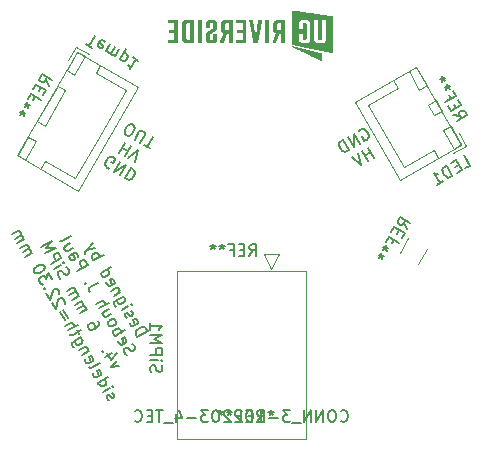
<source format=gbr>
%TF.GenerationSoftware,KiCad,Pcbnew,8.0.2-1*%
%TF.CreationDate,2024-08-19T13:09:19-04:00*%
%TF.ProjectId,Untitled,556e7469-746c-4656-942e-6b696361645f,rev?*%
%TF.SameCoordinates,Original*%
%TF.FileFunction,Legend,Bot*%
%TF.FilePolarity,Positive*%
%FSLAX46Y46*%
G04 Gerber Fmt 4.6, Leading zero omitted, Abs format (unit mm)*
G04 Created by KiCad (PCBNEW 8.0.2-1) date 2024-08-19 13:09:19*
%MOMM*%
%LPD*%
G01*
G04 APERTURE LIST*
%ADD10C,0.150000*%
%ADD11C,0.120000*%
%ADD12C,0.000000*%
G04 APERTURE END LIST*
D10*
X94854637Y-68502642D02*
X95720662Y-68002642D01*
X95720662Y-68002642D02*
X95601614Y-67796446D01*
X95601614Y-67796446D02*
X95488946Y-67696537D01*
X95488946Y-67696537D02*
X95358849Y-67661678D01*
X95358849Y-67661678D02*
X95252561Y-67668058D01*
X95252561Y-67668058D02*
X95063794Y-67722056D01*
X95063794Y-67722056D02*
X94940076Y-67793485D01*
X94940076Y-67793485D02*
X94798928Y-67929962D01*
X94798928Y-67929962D02*
X94740259Y-68018821D01*
X94740259Y-68018821D02*
X94705400Y-68148918D01*
X94705400Y-68148918D02*
X94735589Y-68296446D01*
X94735589Y-68296446D02*
X94854637Y-68502642D01*
X94205400Y-67282893D02*
X94211779Y-67389181D01*
X94211779Y-67389181D02*
X94307017Y-67554138D01*
X94307017Y-67554138D02*
X94395876Y-67612807D01*
X94395876Y-67612807D02*
X94502164Y-67606428D01*
X94502164Y-67606428D02*
X94832078Y-67415951D01*
X94832078Y-67415951D02*
X94890747Y-67327093D01*
X94890747Y-67327093D02*
X94884368Y-67220805D01*
X94884368Y-67220805D02*
X94789130Y-67055848D01*
X94789130Y-67055848D02*
X94700271Y-66997179D01*
X94700271Y-66997179D02*
X94593983Y-67003558D01*
X94593983Y-67003558D02*
X94511505Y-67051177D01*
X94511505Y-67051177D02*
X94667121Y-67511189D01*
X93991114Y-66911739D02*
X93902256Y-66853070D01*
X93902256Y-66853070D02*
X93807017Y-66688113D01*
X93807017Y-66688113D02*
X93800638Y-66581825D01*
X93800638Y-66581825D02*
X93859307Y-66492966D01*
X93859307Y-66492966D02*
X93900546Y-66469157D01*
X93900546Y-66469157D02*
X94006834Y-66462777D01*
X94006834Y-66462777D02*
X94095693Y-66521446D01*
X94095693Y-66521446D02*
X94167121Y-66645164D01*
X94167121Y-66645164D02*
X94255979Y-66703833D01*
X94255979Y-66703833D02*
X94362268Y-66697453D01*
X94362268Y-66697453D02*
X94403507Y-66673644D01*
X94403507Y-66673644D02*
X94462176Y-66584785D01*
X94462176Y-66584785D02*
X94455796Y-66478497D01*
X94455796Y-66478497D02*
X94384368Y-66354779D01*
X94384368Y-66354779D02*
X94295509Y-66296110D01*
X93521303Y-66193241D02*
X94098653Y-65859908D01*
X94387328Y-65693241D02*
X94369899Y-65758290D01*
X94369899Y-65758290D02*
X94304850Y-65740860D01*
X94304850Y-65740860D02*
X94322280Y-65675811D01*
X94322280Y-65675811D02*
X94387328Y-65693241D01*
X94387328Y-65693241D02*
X94304850Y-65740860D01*
X93646273Y-65076361D02*
X92945204Y-65481123D01*
X92945204Y-65481123D02*
X92886535Y-65569981D01*
X92886535Y-65569981D02*
X92869106Y-65635030D01*
X92869106Y-65635030D02*
X92875485Y-65741318D01*
X92875485Y-65741318D02*
X92946914Y-65865036D01*
X92946914Y-65865036D02*
X93035772Y-65923705D01*
X93110162Y-65385885D02*
X93116541Y-65492173D01*
X93116541Y-65492173D02*
X93211779Y-65657130D01*
X93211779Y-65657130D02*
X93300638Y-65715799D01*
X93300638Y-65715799D02*
X93365687Y-65733229D01*
X93365687Y-65733229D02*
X93471975Y-65726849D01*
X93471975Y-65726849D02*
X93719411Y-65583992D01*
X93719411Y-65583992D02*
X93778080Y-65495134D01*
X93778080Y-65495134D02*
X93795509Y-65430085D01*
X93795509Y-65430085D02*
X93789130Y-65323797D01*
X93789130Y-65323797D02*
X93693892Y-65158840D01*
X93693892Y-65158840D02*
X93605033Y-65100171D01*
X93408177Y-64663968D02*
X92830827Y-64997301D01*
X93325699Y-64711587D02*
X93343128Y-64646538D01*
X93343128Y-64646538D02*
X93336749Y-64540250D01*
X93336749Y-64540250D02*
X93265320Y-64416532D01*
X93265320Y-64416532D02*
X93176462Y-64357863D01*
X93176462Y-64357863D02*
X93070174Y-64364243D01*
X93070174Y-64364243D02*
X92616541Y-64626148D01*
X92229209Y-63860031D02*
X92235589Y-63966319D01*
X92235589Y-63966319D02*
X92330827Y-64131276D01*
X92330827Y-64131276D02*
X92419685Y-64189945D01*
X92419685Y-64189945D02*
X92525973Y-64183565D01*
X92525973Y-64183565D02*
X92855888Y-63993089D01*
X92855888Y-63993089D02*
X92914557Y-63904231D01*
X92914557Y-63904231D02*
X92908177Y-63797943D01*
X92908177Y-63797943D02*
X92812939Y-63632985D01*
X92812939Y-63632985D02*
X92724081Y-63574316D01*
X92724081Y-63574316D02*
X92617793Y-63580696D01*
X92617793Y-63580696D02*
X92535314Y-63628315D01*
X92535314Y-63628315D02*
X92690931Y-64088327D01*
X91735589Y-63100293D02*
X92601614Y-62600293D01*
X91776828Y-63076484D02*
X91783208Y-63182772D01*
X91783208Y-63182772D02*
X91878446Y-63347729D01*
X91878446Y-63347729D02*
X91967304Y-63406398D01*
X91967304Y-63406398D02*
X92032353Y-63423828D01*
X92032353Y-63423828D02*
X92138641Y-63417448D01*
X92138641Y-63417448D02*
X92386077Y-63274591D01*
X92386077Y-63274591D02*
X92444746Y-63185733D01*
X92444746Y-63185733D02*
X92462176Y-63120684D01*
X92462176Y-63120684D02*
X92455796Y-63014396D01*
X92455796Y-63014396D02*
X92360558Y-62849438D01*
X92360558Y-62849438D02*
X92271700Y-62790769D01*
X91116541Y-62028071D02*
X91982566Y-61528071D01*
X91652652Y-61718547D02*
X91646272Y-61612259D01*
X91646272Y-61612259D02*
X91551034Y-61447302D01*
X91551034Y-61447302D02*
X91462176Y-61388633D01*
X91462176Y-61388633D02*
X91397127Y-61371203D01*
X91397127Y-61371203D02*
X91290839Y-61377583D01*
X91290839Y-61377583D02*
X91043403Y-61520440D01*
X91043403Y-61520440D02*
X90984734Y-61609298D01*
X90984734Y-61609298D02*
X90967304Y-61674347D01*
X90967304Y-61674347D02*
X90973684Y-61780635D01*
X90973684Y-61780635D02*
X91068922Y-61945592D01*
X91068922Y-61945592D02*
X91157780Y-62004261D01*
X91289129Y-60993669D02*
X90592731Y-61120806D01*
X91051034Y-60581276D02*
X90592731Y-61120806D01*
X90592731Y-61120806D02*
X90434154Y-61322332D01*
X90434154Y-61322332D02*
X90416724Y-61387381D01*
X90416724Y-61387381D02*
X90423104Y-61493669D01*
X93930195Y-70026112D02*
X93817527Y-69926204D01*
X93817527Y-69926204D02*
X93698480Y-69720007D01*
X93698480Y-69720007D02*
X93692100Y-69613719D01*
X93692100Y-69613719D02*
X93709530Y-69548671D01*
X93709530Y-69548671D02*
X93768199Y-69459812D01*
X93768199Y-69459812D02*
X93850678Y-69412193D01*
X93850678Y-69412193D02*
X93956966Y-69405813D01*
X93956966Y-69405813D02*
X94022015Y-69423243D01*
X94022015Y-69423243D02*
X94110873Y-69481912D01*
X94110873Y-69481912D02*
X94247350Y-69623060D01*
X94247350Y-69623060D02*
X94336209Y-69681729D01*
X94336209Y-69681729D02*
X94401257Y-69699159D01*
X94401257Y-69699159D02*
X94507546Y-69692779D01*
X94507546Y-69692779D02*
X94590024Y-69645160D01*
X94590024Y-69645160D02*
X94648693Y-69556302D01*
X94648693Y-69556302D02*
X94666123Y-69491253D01*
X94666123Y-69491253D02*
X94659743Y-69384965D01*
X94659743Y-69384965D02*
X94540696Y-69178768D01*
X94540696Y-69178768D02*
X94428028Y-69078860D01*
X93239719Y-68830172D02*
X93246099Y-68936461D01*
X93246099Y-68936461D02*
X93341337Y-69101418D01*
X93341337Y-69101418D02*
X93430195Y-69160087D01*
X93430195Y-69160087D02*
X93536483Y-69153707D01*
X93536483Y-69153707D02*
X93866398Y-68963231D01*
X93866398Y-68963231D02*
X93925067Y-68874373D01*
X93925067Y-68874373D02*
X93918687Y-68768085D01*
X93918687Y-68768085D02*
X93823449Y-68603127D01*
X93823449Y-68603127D02*
X93734591Y-68544458D01*
X93734591Y-68544458D02*
X93628303Y-68550838D01*
X93628303Y-68550838D02*
X93545824Y-68598457D01*
X93545824Y-68598457D02*
X93701441Y-69058469D01*
X92960385Y-68441589D02*
X93826410Y-67941589D01*
X93496495Y-68132065D02*
X93490116Y-68025777D01*
X93490116Y-68025777D02*
X93394878Y-67860820D01*
X93394878Y-67860820D02*
X93306019Y-67802151D01*
X93306019Y-67802151D02*
X93240970Y-67784721D01*
X93240970Y-67784721D02*
X93134682Y-67791101D01*
X93134682Y-67791101D02*
X92887247Y-67933958D01*
X92887247Y-67933958D02*
X92828577Y-68022816D01*
X92828577Y-68022816D02*
X92811148Y-68087865D01*
X92811148Y-68087865D02*
X92817527Y-68194153D01*
X92817527Y-68194153D02*
X92912765Y-68359110D01*
X92912765Y-68359110D02*
X93001624Y-68417779D01*
X92436575Y-67534324D02*
X92525433Y-67592993D01*
X92525433Y-67592993D02*
X92590482Y-67610423D01*
X92590482Y-67610423D02*
X92696770Y-67604043D01*
X92696770Y-67604043D02*
X92944206Y-67461186D01*
X92944206Y-67461186D02*
X93002875Y-67372328D01*
X93002875Y-67372328D02*
X93020305Y-67307279D01*
X93020305Y-67307279D02*
X93013925Y-67200991D01*
X93013925Y-67200991D02*
X92942497Y-67077273D01*
X92942497Y-67077273D02*
X92853638Y-67018604D01*
X92853638Y-67018604D02*
X92788589Y-67001174D01*
X92788589Y-67001174D02*
X92682301Y-67007554D01*
X92682301Y-67007554D02*
X92434866Y-67150411D01*
X92434866Y-67150411D02*
X92376196Y-67239269D01*
X92376196Y-67239269D02*
X92358767Y-67304318D01*
X92358767Y-67304318D02*
X92365146Y-67410606D01*
X92365146Y-67410606D02*
X92436575Y-67534324D01*
X92418687Y-66170008D02*
X91841337Y-66503341D01*
X92632973Y-66541162D02*
X92179340Y-66803067D01*
X92179340Y-66803067D02*
X92073052Y-66809446D01*
X92073052Y-66809446D02*
X91984194Y-66750777D01*
X91984194Y-66750777D02*
X91912765Y-66627059D01*
X91912765Y-66627059D02*
X91906386Y-66520771D01*
X91906386Y-66520771D02*
X91923815Y-66455722D01*
X91603242Y-66090948D02*
X92469267Y-65590948D01*
X91388956Y-65719794D02*
X91842588Y-65457890D01*
X91842588Y-65457890D02*
X91948876Y-65451510D01*
X91948876Y-65451510D02*
X92037735Y-65510179D01*
X92037735Y-65510179D02*
X92109163Y-65633897D01*
X92109163Y-65633897D02*
X92115543Y-65740185D01*
X92115543Y-65740185D02*
X92098113Y-65805234D01*
X91493076Y-63900136D02*
X90874487Y-64257279D01*
X90874487Y-64257279D02*
X90774578Y-64369947D01*
X90774578Y-64369947D02*
X90739719Y-64500045D01*
X90739719Y-64500045D02*
X90769908Y-64647572D01*
X90769908Y-64647572D02*
X90817527Y-64730051D01*
X90471434Y-63940124D02*
X90406385Y-63922694D01*
X90406385Y-63922694D02*
X90388956Y-63987743D01*
X90388956Y-63987743D02*
X90454004Y-64005173D01*
X90454004Y-64005173D02*
X90471434Y-63940124D01*
X90471434Y-63940124D02*
X90388956Y-63987743D01*
X89769908Y-62915521D02*
X90635933Y-62415521D01*
X90635933Y-62415521D02*
X90445457Y-62085607D01*
X90445457Y-62085607D02*
X90356599Y-62026938D01*
X90356599Y-62026938D02*
X90291550Y-62009508D01*
X90291550Y-62009508D02*
X90185262Y-62015888D01*
X90185262Y-62015888D02*
X90061544Y-62087316D01*
X90061544Y-62087316D02*
X90002875Y-62176175D01*
X90002875Y-62176175D02*
X89985445Y-62241224D01*
X89985445Y-62241224D02*
X89991825Y-62347512D01*
X89991825Y-62347512D02*
X90182301Y-62677426D01*
X89055622Y-61678342D02*
X89509255Y-61416438D01*
X89509255Y-61416438D02*
X89615543Y-61410058D01*
X89615543Y-61410058D02*
X89704401Y-61468727D01*
X89704401Y-61468727D02*
X89799639Y-61633684D01*
X89799639Y-61633684D02*
X89806019Y-61739972D01*
X89096862Y-61654533D02*
X89103241Y-61760821D01*
X89103241Y-61760821D02*
X89222289Y-61967017D01*
X89222289Y-61967017D02*
X89311147Y-62025687D01*
X89311147Y-62025687D02*
X89417435Y-62019307D01*
X89417435Y-62019307D02*
X89499914Y-61971688D01*
X89499914Y-61971688D02*
X89558583Y-61882829D01*
X89558583Y-61882829D02*
X89552203Y-61776541D01*
X89552203Y-61776541D02*
X89433156Y-61570345D01*
X89433156Y-61570345D02*
X89426776Y-61464057D01*
X89180592Y-60561462D02*
X88603241Y-60894795D01*
X89394877Y-60932616D02*
X88941245Y-61194521D01*
X88941245Y-61194521D02*
X88834957Y-61200900D01*
X88834957Y-61200900D02*
X88746098Y-61142231D01*
X88746098Y-61142231D02*
X88674670Y-61018513D01*
X88674670Y-61018513D02*
X88668290Y-60912225D01*
X88668290Y-60912225D02*
X88685720Y-60847176D01*
X88293717Y-60358684D02*
X88382576Y-60417353D01*
X88382576Y-60417353D02*
X88488864Y-60410974D01*
X88488864Y-60410974D02*
X89231171Y-59982402D01*
X93322054Y-70954572D02*
X92625656Y-71081709D01*
X92625656Y-71081709D02*
X93083959Y-70542179D01*
X92679197Y-69841111D02*
X92101846Y-70174444D01*
X93128159Y-69856831D02*
X92628617Y-70420171D01*
X92628617Y-70420171D02*
X92319093Y-69884060D01*
X91922420Y-69673193D02*
X91857371Y-69655763D01*
X91857371Y-69655763D02*
X91839942Y-69720812D01*
X91839942Y-69720812D02*
X91904990Y-69738242D01*
X91904990Y-69738242D02*
X91922420Y-69673193D01*
X91922420Y-69673193D02*
X91839942Y-69720812D01*
X91491681Y-67117607D02*
X91586919Y-67282565D01*
X91586919Y-67282565D02*
X91593299Y-67388853D01*
X91593299Y-67388853D02*
X91575869Y-67453902D01*
X91575869Y-67453902D02*
X91499770Y-67607809D01*
X91499770Y-67607809D02*
X91358623Y-67744286D01*
X91358623Y-67744286D02*
X91028708Y-67934762D01*
X91028708Y-67934762D02*
X90922420Y-67941142D01*
X90922420Y-67941142D02*
X90857371Y-67923712D01*
X90857371Y-67923712D02*
X90768513Y-67865043D01*
X90768513Y-67865043D02*
X90673275Y-67700086D01*
X90673275Y-67700086D02*
X90666895Y-67593798D01*
X90666895Y-67593798D02*
X90684325Y-67528749D01*
X90684325Y-67528749D02*
X90742994Y-67439891D01*
X90742994Y-67439891D02*
X90949191Y-67320843D01*
X90949191Y-67320843D02*
X91055479Y-67314463D01*
X91055479Y-67314463D02*
X91120527Y-67331893D01*
X91120527Y-67331893D02*
X91209386Y-67390562D01*
X91209386Y-67390562D02*
X91304624Y-67555519D01*
X91304624Y-67555519D02*
X91311004Y-67661808D01*
X91311004Y-67661808D02*
X91293574Y-67726856D01*
X91293574Y-67726856D02*
X91234905Y-67815715D01*
X89982799Y-66504146D02*
X90560149Y-66170813D01*
X90477670Y-66218432D02*
X90495100Y-66153383D01*
X90495100Y-66153383D02*
X90488720Y-66047095D01*
X90488720Y-66047095D02*
X90417292Y-65923377D01*
X90417292Y-65923377D02*
X90328433Y-65864708D01*
X90328433Y-65864708D02*
X90222145Y-65871087D01*
X90222145Y-65871087D02*
X89768513Y-66132992D01*
X90222145Y-65871087D02*
X90280814Y-65782229D01*
X90280814Y-65782229D02*
X90274435Y-65675941D01*
X90274435Y-65675941D02*
X90203006Y-65552223D01*
X90203006Y-65552223D02*
X90114148Y-65493554D01*
X90114148Y-65493554D02*
X90007859Y-65499934D01*
X90007859Y-65499934D02*
X89554227Y-65761838D01*
X89316132Y-65349446D02*
X89893482Y-65016112D01*
X89811004Y-65063731D02*
X89828433Y-64998683D01*
X89828433Y-64998683D02*
X89822054Y-64892394D01*
X89822054Y-64892394D02*
X89750625Y-64768677D01*
X89750625Y-64768677D02*
X89661767Y-64710007D01*
X89661767Y-64710007D02*
X89555479Y-64716387D01*
X89555479Y-64716387D02*
X89101846Y-64978292D01*
X89555479Y-64716387D02*
X89614148Y-64627529D01*
X89614148Y-64627529D02*
X89607768Y-64521241D01*
X89607768Y-64521241D02*
X89536339Y-64397523D01*
X89536339Y-64397523D02*
X89447481Y-64338854D01*
X89447481Y-64338854D02*
X89341193Y-64345233D01*
X89341193Y-64345233D02*
X88887561Y-64607138D01*
X88333562Y-63552346D02*
X88220894Y-63452438D01*
X88220894Y-63452438D02*
X88101846Y-63246241D01*
X88101846Y-63246241D02*
X88095467Y-63139953D01*
X88095467Y-63139953D02*
X88112896Y-63074904D01*
X88112896Y-63074904D02*
X88171565Y-62986046D01*
X88171565Y-62986046D02*
X88254044Y-62938427D01*
X88254044Y-62938427D02*
X88360332Y-62932047D01*
X88360332Y-62932047D02*
X88425381Y-62949477D01*
X88425381Y-62949477D02*
X88514239Y-63008146D01*
X88514239Y-63008146D02*
X88650717Y-63149294D01*
X88650717Y-63149294D02*
X88739575Y-63207963D01*
X88739575Y-63207963D02*
X88804624Y-63225393D01*
X88804624Y-63225393D02*
X88910912Y-63219013D01*
X88910912Y-63219013D02*
X88993391Y-63171394D01*
X88993391Y-63171394D02*
X89052060Y-63082535D01*
X89052060Y-63082535D02*
X89069490Y-63017487D01*
X89069490Y-63017487D02*
X89063110Y-62911198D01*
X89063110Y-62911198D02*
X88944062Y-62705002D01*
X88944062Y-62705002D02*
X88831394Y-62605094D01*
X87792323Y-62710130D02*
X88369673Y-62376797D01*
X88658348Y-62210130D02*
X88640918Y-62275179D01*
X88640918Y-62275179D02*
X88575869Y-62257749D01*
X88575869Y-62257749D02*
X88593299Y-62192700D01*
X88593299Y-62192700D02*
X88658348Y-62210130D01*
X88658348Y-62210130D02*
X88575869Y-62257749D01*
X87554228Y-62297738D02*
X88420253Y-61797738D01*
X88420253Y-61797738D02*
X88229777Y-61467823D01*
X88229777Y-61467823D02*
X88140918Y-61409154D01*
X88140918Y-61409154D02*
X88075870Y-61391724D01*
X88075870Y-61391724D02*
X87969581Y-61398104D01*
X87969581Y-61398104D02*
X87845864Y-61469533D01*
X87845864Y-61469533D02*
X87787194Y-61558391D01*
X87787194Y-61558391D02*
X87769765Y-61623440D01*
X87769765Y-61623440D02*
X87776144Y-61729728D01*
X87776144Y-61729728D02*
X87966621Y-62059642D01*
X87054228Y-61431712D02*
X87920253Y-60931712D01*
X87920253Y-60931712D02*
X87134997Y-61000180D01*
X87134997Y-61000180D02*
X87586920Y-60354362D01*
X87586920Y-60354362D02*
X86720894Y-60854362D01*
X92427405Y-73862978D02*
X92338547Y-73804309D01*
X92338547Y-73804309D02*
X92243309Y-73639352D01*
X92243309Y-73639352D02*
X92236929Y-73533064D01*
X92236929Y-73533064D02*
X92295598Y-73444206D01*
X92295598Y-73444206D02*
X92336838Y-73420396D01*
X92336838Y-73420396D02*
X92443126Y-73414016D01*
X92443126Y-73414016D02*
X92531984Y-73472685D01*
X92531984Y-73472685D02*
X92603413Y-73596403D01*
X92603413Y-73596403D02*
X92692271Y-73655072D01*
X92692271Y-73655072D02*
X92798559Y-73648693D01*
X92798559Y-73648693D02*
X92839798Y-73624883D01*
X92839798Y-73624883D02*
X92898467Y-73536025D01*
X92898467Y-73536025D02*
X92892088Y-73429737D01*
X92892088Y-73429737D02*
X92820659Y-73306019D01*
X92820659Y-73306019D02*
X92731801Y-73247350D01*
X91957595Y-73144480D02*
X92534945Y-72811147D01*
X92823620Y-72644480D02*
X92806190Y-72709529D01*
X92806190Y-72709529D02*
X92741141Y-72692099D01*
X92741141Y-72692099D02*
X92758571Y-72627050D01*
X92758571Y-72627050D02*
X92823620Y-72644480D01*
X92823620Y-72644480D02*
X92741141Y-72692099D01*
X91505214Y-72360934D02*
X92371239Y-71860934D01*
X91546453Y-72337124D02*
X91552833Y-72443412D01*
X91552833Y-72443412D02*
X91648071Y-72608370D01*
X91648071Y-72608370D02*
X91736929Y-72667039D01*
X91736929Y-72667039D02*
X91801978Y-72684469D01*
X91801978Y-72684469D02*
X91908266Y-72678089D01*
X91908266Y-72678089D02*
X92155702Y-72535232D01*
X92155702Y-72535232D02*
X92214371Y-72446373D01*
X92214371Y-72446373D02*
X92231801Y-72381324D01*
X92231801Y-72381324D02*
X92225421Y-72275036D01*
X92225421Y-72275036D02*
X92130183Y-72110079D01*
X92130183Y-72110079D02*
X92041325Y-72051410D01*
X91117882Y-71594817D02*
X91124261Y-71701105D01*
X91124261Y-71701105D02*
X91219499Y-71866062D01*
X91219499Y-71866062D02*
X91308358Y-71924731D01*
X91308358Y-71924731D02*
X91414646Y-71918351D01*
X91414646Y-71918351D02*
X91744560Y-71727875D01*
X91744560Y-71727875D02*
X91803229Y-71639017D01*
X91803229Y-71639017D02*
X91796850Y-71532729D01*
X91796850Y-71532729D02*
X91701612Y-71367772D01*
X91701612Y-71367772D02*
X91612753Y-71309102D01*
X91612753Y-71309102D02*
X91506465Y-71315482D01*
X91506465Y-71315482D02*
X91423987Y-71363101D01*
X91423987Y-71363101D02*
X91579603Y-71823113D01*
X90767118Y-71082515D02*
X90855977Y-71141184D01*
X90855977Y-71141184D02*
X90962265Y-71134805D01*
X90962265Y-71134805D02*
X91704572Y-70706233D01*
X90427405Y-70398876D02*
X90433785Y-70505165D01*
X90433785Y-70505165D02*
X90529023Y-70670122D01*
X90529023Y-70670122D02*
X90617881Y-70728791D01*
X90617881Y-70728791D02*
X90724169Y-70722411D01*
X90724169Y-70722411D02*
X91054084Y-70531935D01*
X91054084Y-70531935D02*
X91112753Y-70443077D01*
X91112753Y-70443077D02*
X91106373Y-70336788D01*
X91106373Y-70336788D02*
X91011135Y-70171831D01*
X91011135Y-70171831D02*
X90922277Y-70113162D01*
X90922277Y-70113162D02*
X90815989Y-70119542D01*
X90815989Y-70119542D02*
X90733510Y-70167161D01*
X90733510Y-70167161D02*
X90889127Y-70627173D01*
X90725421Y-69676959D02*
X90148071Y-70010293D01*
X90642942Y-69724578D02*
X90660372Y-69659530D01*
X90660372Y-69659530D02*
X90653992Y-69553241D01*
X90653992Y-69553241D02*
X90582564Y-69429524D01*
X90582564Y-69429524D02*
X90493705Y-69370854D01*
X90493705Y-69370854D02*
X90387417Y-69377234D01*
X90387417Y-69377234D02*
X89933785Y-69639139D01*
X90058754Y-68522259D02*
X89357686Y-68927021D01*
X89357686Y-68927021D02*
X89299017Y-69015879D01*
X89299017Y-69015879D02*
X89281587Y-69080928D01*
X89281587Y-69080928D02*
X89287967Y-69187216D01*
X89287967Y-69187216D02*
X89359395Y-69310934D01*
X89359395Y-69310934D02*
X89448254Y-69369603D01*
X89522643Y-68831783D02*
X89529023Y-68938071D01*
X89529023Y-68938071D02*
X89624261Y-69103028D01*
X89624261Y-69103028D02*
X89713119Y-69161697D01*
X89713119Y-69161697D02*
X89778168Y-69179127D01*
X89778168Y-69179127D02*
X89884456Y-69172747D01*
X89884456Y-69172747D02*
X90131892Y-69029890D01*
X90131892Y-69029890D02*
X90190561Y-68941032D01*
X90190561Y-68941032D02*
X90207991Y-68875983D01*
X90207991Y-68875983D02*
X90201611Y-68769695D01*
X90201611Y-68769695D02*
X90106373Y-68604737D01*
X90106373Y-68604737D02*
X90017515Y-68546068D01*
X89892087Y-68233584D02*
X89701611Y-67903669D01*
X90109334Y-67943199D02*
X89367026Y-68371770D01*
X89367026Y-68371770D02*
X89260738Y-68378150D01*
X89260738Y-68378150D02*
X89171880Y-68319481D01*
X89171880Y-68319481D02*
X89124261Y-68237002D01*
X88957594Y-67948327D02*
X89823619Y-67448327D01*
X88743308Y-67577173D02*
X89196941Y-67315268D01*
X89196941Y-67315268D02*
X89303229Y-67308889D01*
X89303229Y-67308889D02*
X89392087Y-67367558D01*
X89392087Y-67367558D02*
X89463516Y-67491276D01*
X89463516Y-67491276D02*
X89469895Y-67597564D01*
X89469895Y-67597564D02*
X89452466Y-67662613D01*
X88958845Y-66902875D02*
X88577893Y-66243046D01*
X88330457Y-66385904D02*
X88711410Y-67045732D01*
X88693522Y-65681417D02*
X88710952Y-65616368D01*
X88710952Y-65616368D02*
X88704572Y-65510080D01*
X88704572Y-65510080D02*
X88585524Y-65303883D01*
X88585524Y-65303883D02*
X88496666Y-65245214D01*
X88496666Y-65245214D02*
X88431617Y-65227784D01*
X88431617Y-65227784D02*
X88325329Y-65234164D01*
X88325329Y-65234164D02*
X88242850Y-65281783D01*
X88242850Y-65281783D02*
X88142942Y-65394451D01*
X88142942Y-65394451D02*
X87933785Y-66175037D01*
X87933785Y-66175037D02*
X87624261Y-65638926D01*
X88217331Y-64856631D02*
X88234761Y-64791582D01*
X88234761Y-64791582D02*
X88228381Y-64685294D01*
X88228381Y-64685294D02*
X88109334Y-64479097D01*
X88109334Y-64479097D02*
X88020475Y-64420428D01*
X88020475Y-64420428D02*
X87955427Y-64402998D01*
X87955427Y-64402998D02*
X87849138Y-64409378D01*
X87849138Y-64409378D02*
X87766660Y-64456997D01*
X87766660Y-64456997D02*
X87666751Y-64569665D01*
X87666751Y-64569665D02*
X87457594Y-65350251D01*
X87457594Y-65350251D02*
X87148070Y-64814140D01*
X87016263Y-64395367D02*
X86951214Y-64377937D01*
X86951214Y-64377937D02*
X86933785Y-64442986D01*
X86933785Y-64442986D02*
X86998833Y-64460416D01*
X86998833Y-64460416D02*
X87016263Y-64395367D01*
X87016263Y-64395367D02*
X86933785Y-64442986D01*
X87609334Y-63613072D02*
X87299810Y-63076961D01*
X87299810Y-63076961D02*
X87136562Y-63556112D01*
X87136562Y-63556112D02*
X87065134Y-63432394D01*
X87065134Y-63432394D02*
X86976275Y-63373725D01*
X86976275Y-63373725D02*
X86911227Y-63356296D01*
X86911227Y-63356296D02*
X86804939Y-63362675D01*
X86804939Y-63362675D02*
X86598742Y-63481723D01*
X86598742Y-63481723D02*
X86540073Y-63570581D01*
X86540073Y-63570581D02*
X86522643Y-63635630D01*
X86522643Y-63635630D02*
X86529023Y-63741918D01*
X86529023Y-63741918D02*
X86671880Y-63989354D01*
X86671880Y-63989354D02*
X86760738Y-64048023D01*
X86760738Y-64048023D02*
X86825787Y-64065453D01*
X86990286Y-62540850D02*
X86942667Y-62458371D01*
X86942667Y-62458371D02*
X86853809Y-62399702D01*
X86853809Y-62399702D02*
X86788760Y-62382273D01*
X86788760Y-62382273D02*
X86682472Y-62388652D01*
X86682472Y-62388652D02*
X86493705Y-62442651D01*
X86493705Y-62442651D02*
X86287509Y-62561699D01*
X86287509Y-62561699D02*
X86146361Y-62698176D01*
X86146361Y-62698176D02*
X86087692Y-62787034D01*
X86087692Y-62787034D02*
X86070262Y-62852083D01*
X86070262Y-62852083D02*
X86076642Y-62958371D01*
X86076642Y-62958371D02*
X86124261Y-63040850D01*
X86124261Y-63040850D02*
X86213119Y-63099519D01*
X86213119Y-63099519D02*
X86278168Y-63116949D01*
X86278168Y-63116949D02*
X86384456Y-63110569D01*
X86384456Y-63110569D02*
X86573223Y-63056570D01*
X86573223Y-63056570D02*
X86779420Y-62937523D01*
X86779420Y-62937523D02*
X86920567Y-62801045D01*
X86920567Y-62801045D02*
X86979236Y-62712187D01*
X86979236Y-62712187D02*
X86996666Y-62647138D01*
X86996666Y-62647138D02*
X86990286Y-62540850D01*
X85362356Y-61721192D02*
X85939706Y-61387859D01*
X85857228Y-61435478D02*
X85874657Y-61370429D01*
X85874657Y-61370429D02*
X85868278Y-61264141D01*
X85868278Y-61264141D02*
X85796849Y-61140423D01*
X85796849Y-61140423D02*
X85707991Y-61081754D01*
X85707991Y-61081754D02*
X85601703Y-61088134D01*
X85601703Y-61088134D02*
X85148070Y-61350038D01*
X85601703Y-61088134D02*
X85660372Y-60999275D01*
X85660372Y-60999275D02*
X85653992Y-60892987D01*
X85653992Y-60892987D02*
X85582563Y-60769269D01*
X85582563Y-60769269D02*
X85493705Y-60710600D01*
X85493705Y-60710600D02*
X85387417Y-60716980D01*
X85387417Y-60716980D02*
X84933785Y-60978885D01*
X84695690Y-60566492D02*
X85273040Y-60233158D01*
X85190561Y-60280778D02*
X85207991Y-60215729D01*
X85207991Y-60215729D02*
X85201611Y-60109441D01*
X85201611Y-60109441D02*
X85130183Y-59985723D01*
X85130183Y-59985723D02*
X85041324Y-59927054D01*
X85041324Y-59927054D02*
X84935036Y-59933433D01*
X84935036Y-59933433D02*
X84481404Y-60195338D01*
X84935036Y-59933433D02*
X84993705Y-59844575D01*
X84993705Y-59844575D02*
X84987326Y-59738287D01*
X84987326Y-59738287D02*
X84915897Y-59614569D01*
X84915897Y-59614569D02*
X84827039Y-59555900D01*
X84827039Y-59555900D02*
X84720750Y-59562280D01*
X84720750Y-59562280D02*
X84267118Y-59824184D01*
X122596532Y-54234361D02*
X123008925Y-53996265D01*
X123008925Y-53996265D02*
X122508925Y-53130240D01*
X122045952Y-53947395D02*
X121757277Y-54114062D01*
X121895464Y-54639123D02*
X122307857Y-54401027D01*
X122307857Y-54401027D02*
X121807857Y-53535002D01*
X121807857Y-53535002D02*
X121395464Y-53773097D01*
X121524310Y-54853408D02*
X121024310Y-53987383D01*
X121024310Y-53987383D02*
X120818114Y-54106431D01*
X120818114Y-54106431D02*
X120718205Y-54219099D01*
X120718205Y-54219099D02*
X120683346Y-54349196D01*
X120683346Y-54349196D02*
X120689725Y-54455484D01*
X120689725Y-54455484D02*
X120743724Y-54644251D01*
X120743724Y-54644251D02*
X120815153Y-54767969D01*
X120815153Y-54767969D02*
X120951630Y-54909117D01*
X120951630Y-54909117D02*
X121040489Y-54967786D01*
X121040489Y-54967786D02*
X121170586Y-55002645D01*
X121170586Y-55002645D02*
X121318114Y-54972456D01*
X121318114Y-54972456D02*
X121524310Y-54853408D01*
X120204652Y-55615313D02*
X120699524Y-55329599D01*
X120452088Y-55472456D02*
X119952088Y-54606431D01*
X119952088Y-54606431D02*
X120105995Y-54682530D01*
X120105995Y-54682530D02*
X120236093Y-54717389D01*
X120236093Y-54717389D02*
X120342381Y-54711009D01*
X92486418Y-54244201D02*
X92380130Y-54237821D01*
X92380130Y-54237821D02*
X92256412Y-54166392D01*
X92256412Y-54166392D02*
X92156504Y-54053724D01*
X92156504Y-54053724D02*
X92121644Y-53923627D01*
X92121644Y-53923627D02*
X92128024Y-53817339D01*
X92128024Y-53817339D02*
X92182023Y-53628572D01*
X92182023Y-53628572D02*
X92253451Y-53504854D01*
X92253451Y-53504854D02*
X92389929Y-53363706D01*
X92389929Y-53363706D02*
X92478787Y-53305037D01*
X92478787Y-53305037D02*
X92608885Y-53270178D01*
X92608885Y-53270178D02*
X92756412Y-53300367D01*
X92756412Y-53300367D02*
X92838891Y-53347986D01*
X92838891Y-53347986D02*
X92938799Y-53460654D01*
X92938799Y-53460654D02*
X92956229Y-53525703D01*
X92956229Y-53525703D02*
X92789562Y-53814378D01*
X92789562Y-53814378D02*
X92624605Y-53719140D01*
X93375002Y-53657510D02*
X92875002Y-54523535D01*
X92875002Y-54523535D02*
X93869873Y-53943224D01*
X93869873Y-53943224D02*
X93369873Y-54809249D01*
X94282266Y-54181319D02*
X93782266Y-55047345D01*
X93782266Y-55047345D02*
X93988463Y-55166392D01*
X93988463Y-55166392D02*
X94135990Y-55196582D01*
X94135990Y-55196582D02*
X94266088Y-55161722D01*
X94266088Y-55161722D02*
X94354946Y-55103053D01*
X94354946Y-55103053D02*
X94491424Y-54961905D01*
X94491424Y-54961905D02*
X94562852Y-54838187D01*
X94562852Y-54838187D02*
X94616851Y-54649421D01*
X94616851Y-54649421D02*
X94623231Y-54543132D01*
X94623231Y-54543132D02*
X94588371Y-54413035D01*
X94588371Y-54413035D02*
X94488463Y-54300367D01*
X94488463Y-54300367D02*
X94282266Y-54181319D01*
X93808819Y-52048972D02*
X93308819Y-52914997D01*
X93546915Y-52502604D02*
X94041786Y-52788318D01*
X94303691Y-52334686D02*
X93803691Y-53200711D01*
X94092366Y-53367378D02*
X94881041Y-52668019D01*
X94881041Y-52668019D02*
X94669716Y-53700711D01*
X93866356Y-51377888D02*
X94031313Y-51473126D01*
X94031313Y-51473126D02*
X94137601Y-51479506D01*
X94137601Y-51479506D02*
X94267699Y-51444647D01*
X94267699Y-51444647D02*
X94404176Y-51303499D01*
X94404176Y-51303499D02*
X94570843Y-51014824D01*
X94570843Y-51014824D02*
X94624842Y-50826057D01*
X94624842Y-50826057D02*
X94589982Y-50695959D01*
X94589982Y-50695959D02*
X94531313Y-50607101D01*
X94531313Y-50607101D02*
X94366356Y-50511863D01*
X94366356Y-50511863D02*
X94260068Y-50505483D01*
X94260068Y-50505483D02*
X94129970Y-50540343D01*
X94129970Y-50540343D02*
X93993493Y-50681490D01*
X93993493Y-50681490D02*
X93826826Y-50970166D01*
X93826826Y-50970166D02*
X93772827Y-51158932D01*
X93772827Y-51158932D02*
X93807687Y-51289030D01*
X93807687Y-51289030D02*
X93866356Y-51377888D01*
X94608663Y-51806460D02*
X95013425Y-51105391D01*
X95013425Y-51105391D02*
X95102284Y-51046722D01*
X95102284Y-51046722D02*
X95167333Y-51029293D01*
X95167333Y-51029293D02*
X95273621Y-51035672D01*
X95273621Y-51035672D02*
X95438578Y-51130910D01*
X95438578Y-51130910D02*
X95497247Y-51219769D01*
X95497247Y-51219769D02*
X95514677Y-51284818D01*
X95514677Y-51284818D02*
X95508297Y-51391106D01*
X95508297Y-51391106D02*
X95103535Y-52092174D01*
X95392210Y-52258841D02*
X95887082Y-52544555D01*
X96139646Y-51535672D02*
X95639646Y-52401698D01*
X95992800Y-71471427D02*
X95945180Y-71328570D01*
X95945180Y-71328570D02*
X95945180Y-71090475D01*
X95945180Y-71090475D02*
X95992800Y-70995237D01*
X95992800Y-70995237D02*
X96040419Y-70947618D01*
X96040419Y-70947618D02*
X96135657Y-70899999D01*
X96135657Y-70899999D02*
X96230895Y-70899999D01*
X96230895Y-70899999D02*
X96326133Y-70947618D01*
X96326133Y-70947618D02*
X96373752Y-70995237D01*
X96373752Y-70995237D02*
X96421371Y-71090475D01*
X96421371Y-71090475D02*
X96468990Y-71280951D01*
X96468990Y-71280951D02*
X96516609Y-71376189D01*
X96516609Y-71376189D02*
X96564228Y-71423808D01*
X96564228Y-71423808D02*
X96659466Y-71471427D01*
X96659466Y-71471427D02*
X96754704Y-71471427D01*
X96754704Y-71471427D02*
X96849942Y-71423808D01*
X96849942Y-71423808D02*
X96897561Y-71376189D01*
X96897561Y-71376189D02*
X96945180Y-71280951D01*
X96945180Y-71280951D02*
X96945180Y-71042856D01*
X96945180Y-71042856D02*
X96897561Y-70899999D01*
X95945180Y-70471427D02*
X96611847Y-70471427D01*
X96945180Y-70471427D02*
X96897561Y-70519046D01*
X96897561Y-70519046D02*
X96849942Y-70471427D01*
X96849942Y-70471427D02*
X96897561Y-70423808D01*
X96897561Y-70423808D02*
X96945180Y-70471427D01*
X96945180Y-70471427D02*
X96849942Y-70471427D01*
X95945180Y-69995237D02*
X96945180Y-69995237D01*
X96945180Y-69995237D02*
X96945180Y-69614285D01*
X96945180Y-69614285D02*
X96897561Y-69519047D01*
X96897561Y-69519047D02*
X96849942Y-69471428D01*
X96849942Y-69471428D02*
X96754704Y-69423809D01*
X96754704Y-69423809D02*
X96611847Y-69423809D01*
X96611847Y-69423809D02*
X96516609Y-69471428D01*
X96516609Y-69471428D02*
X96468990Y-69519047D01*
X96468990Y-69519047D02*
X96421371Y-69614285D01*
X96421371Y-69614285D02*
X96421371Y-69995237D01*
X95945180Y-68995237D02*
X96945180Y-68995237D01*
X96945180Y-68995237D02*
X96230895Y-68661904D01*
X96230895Y-68661904D02*
X96945180Y-68328571D01*
X96945180Y-68328571D02*
X95945180Y-68328571D01*
X95945180Y-67328571D02*
X95945180Y-67899999D01*
X95945180Y-67614285D02*
X96945180Y-67614285D01*
X96945180Y-67614285D02*
X96802323Y-67709523D01*
X96802323Y-67709523D02*
X96707085Y-67804761D01*
X96707085Y-67804761D02*
X96659466Y-67899999D01*
X113608561Y-51091020D02*
X113667230Y-51002162D01*
X113667230Y-51002162D02*
X113790948Y-50930733D01*
X113790948Y-50930733D02*
X113938475Y-50900544D01*
X113938475Y-50900544D02*
X114068573Y-50935404D01*
X114068573Y-50935404D02*
X114157431Y-50994073D01*
X114157431Y-50994073D02*
X114293909Y-51135220D01*
X114293909Y-51135220D02*
X114365337Y-51258938D01*
X114365337Y-51258938D02*
X114419336Y-51447705D01*
X114419336Y-51447705D02*
X114425716Y-51553993D01*
X114425716Y-51553993D02*
X114390856Y-51684091D01*
X114390856Y-51684091D02*
X114290948Y-51796759D01*
X114290948Y-51796759D02*
X114208469Y-51844378D01*
X114208469Y-51844378D02*
X114060942Y-51874567D01*
X114060942Y-51874567D02*
X113995893Y-51857137D01*
X113995893Y-51857137D02*
X113829226Y-51568462D01*
X113829226Y-51568462D02*
X113994184Y-51473224D01*
X113672358Y-52153901D02*
X113172358Y-51287876D01*
X113172358Y-51287876D02*
X113177487Y-52439616D01*
X113177487Y-52439616D02*
X112677487Y-51573590D01*
X112765094Y-52677711D02*
X112265094Y-51811686D01*
X112265094Y-51811686D02*
X112058897Y-51930733D01*
X112058897Y-51930733D02*
X111958989Y-52043401D01*
X111958989Y-52043401D02*
X111924129Y-52173499D01*
X111924129Y-52173499D02*
X111930509Y-52279787D01*
X111930509Y-52279787D02*
X111984508Y-52468554D01*
X111984508Y-52468554D02*
X112055936Y-52592272D01*
X112055936Y-52592272D02*
X112192414Y-52733419D01*
X112192414Y-52733419D02*
X112281272Y-52792088D01*
X112281272Y-52792088D02*
X112411370Y-52826948D01*
X112411370Y-52826948D02*
X112558897Y-52796759D01*
X112558897Y-52796759D02*
X112765094Y-52677711D01*
X114848485Y-53333867D02*
X114348485Y-52467842D01*
X114586580Y-52880235D02*
X114091708Y-53165949D01*
X114353613Y-53619582D02*
X113853613Y-52753556D01*
X113564938Y-52920223D02*
X113776263Y-53952915D01*
X113776263Y-53952915D02*
X112987588Y-53253556D01*
X90527303Y-43717378D02*
X91022174Y-44003092D01*
X91274738Y-42994210D02*
X90774738Y-43860235D01*
X92116955Y-43535449D02*
X92058285Y-43446591D01*
X92058285Y-43446591D02*
X91893328Y-43351353D01*
X91893328Y-43351353D02*
X91787040Y-43344973D01*
X91787040Y-43344973D02*
X91698182Y-43403642D01*
X91698182Y-43403642D02*
X91507706Y-43733557D01*
X91507706Y-43733557D02*
X91501326Y-43839845D01*
X91501326Y-43839845D02*
X91559995Y-43928703D01*
X91559995Y-43928703D02*
X91724952Y-44023941D01*
X91724952Y-44023941D02*
X91831240Y-44030321D01*
X91831240Y-44030321D02*
X91920099Y-43971652D01*
X91920099Y-43971652D02*
X91967718Y-43889173D01*
X91967718Y-43889173D02*
X91602944Y-43568599D01*
X92553157Y-43732305D02*
X92219824Y-44309656D01*
X92267443Y-44227177D02*
X92284873Y-44292226D01*
X92284873Y-44292226D02*
X92343542Y-44381084D01*
X92343542Y-44381084D02*
X92467260Y-44452513D01*
X92467260Y-44452513D02*
X92573548Y-44458892D01*
X92573548Y-44458892D02*
X92662406Y-44400223D01*
X92662406Y-44400223D02*
X92924311Y-43946591D01*
X92662406Y-44400223D02*
X92656027Y-44506511D01*
X92656027Y-44506511D02*
X92714696Y-44595370D01*
X92714696Y-44595370D02*
X92838414Y-44666798D01*
X92838414Y-44666798D02*
X92944702Y-44673178D01*
X92944702Y-44673178D02*
X93033560Y-44614509D01*
X93033560Y-44614509D02*
X93295465Y-44160877D01*
X93374524Y-44976322D02*
X93874524Y-44110297D01*
X93398334Y-44935083D02*
X93457003Y-45023941D01*
X93457003Y-45023941D02*
X93621960Y-45119179D01*
X93621960Y-45119179D02*
X93728248Y-45125559D01*
X93728248Y-45125559D02*
X93793297Y-45108129D01*
X93793297Y-45108129D02*
X93882155Y-45049460D01*
X93882155Y-45049460D02*
X94025012Y-44802024D01*
X94025012Y-44802024D02*
X94031392Y-44695736D01*
X94031392Y-44695736D02*
X94013962Y-44630687D01*
X94013962Y-44630687D02*
X93955293Y-44541829D01*
X93955293Y-44541829D02*
X93790336Y-44446591D01*
X93790336Y-44446591D02*
X93684048Y-44440211D01*
X94945037Y-45113258D02*
X94450165Y-44827543D01*
X94697601Y-44970400D02*
X94197601Y-45836426D01*
X94197601Y-45836426D02*
X94186551Y-45665089D01*
X94186551Y-45665089D02*
X94151691Y-45534991D01*
X94151691Y-45534991D02*
X94093022Y-45446133D01*
X104333333Y-61654819D02*
X104666666Y-61178628D01*
X104904761Y-61654819D02*
X104904761Y-60654819D01*
X104904761Y-60654819D02*
X104523809Y-60654819D01*
X104523809Y-60654819D02*
X104428571Y-60702438D01*
X104428571Y-60702438D02*
X104380952Y-60750057D01*
X104380952Y-60750057D02*
X104333333Y-60845295D01*
X104333333Y-60845295D02*
X104333333Y-60988152D01*
X104333333Y-60988152D02*
X104380952Y-61083390D01*
X104380952Y-61083390D02*
X104428571Y-61131009D01*
X104428571Y-61131009D02*
X104523809Y-61178628D01*
X104523809Y-61178628D02*
X104904761Y-61178628D01*
X103904761Y-61131009D02*
X103571428Y-61131009D01*
X103428571Y-61654819D02*
X103904761Y-61654819D01*
X103904761Y-61654819D02*
X103904761Y-60654819D01*
X103904761Y-60654819D02*
X103428571Y-60654819D01*
X102666666Y-61131009D02*
X102999999Y-61131009D01*
X102999999Y-61654819D02*
X102999999Y-60654819D01*
X102999999Y-60654819D02*
X102523809Y-60654819D01*
X101999999Y-60654819D02*
X101999999Y-60892914D01*
X102238094Y-60797676D02*
X101999999Y-60892914D01*
X101999999Y-60892914D02*
X101761904Y-60797676D01*
X102142856Y-61083390D02*
X101999999Y-60892914D01*
X101999999Y-60892914D02*
X101857142Y-61083390D01*
X101238094Y-60654819D02*
X101238094Y-60892914D01*
X101476189Y-60797676D02*
X101238094Y-60892914D01*
X101238094Y-60892914D02*
X100999999Y-60797676D01*
X101380951Y-61083390D02*
X101238094Y-60892914D01*
X101238094Y-60892914D02*
X101095237Y-61083390D01*
X87336161Y-47262773D02*
X87090435Y-46736002D01*
X87621875Y-46767901D02*
X86755850Y-46267901D01*
X86755850Y-46267901D02*
X86565374Y-46597815D01*
X86565374Y-46597815D02*
X86558994Y-46704104D01*
X86558994Y-46704104D02*
X86576424Y-46769152D01*
X86576424Y-46769152D02*
X86635093Y-46858011D01*
X86635093Y-46858011D02*
X86758811Y-46929439D01*
X86758811Y-46929439D02*
X86865099Y-46935819D01*
X86865099Y-46935819D02*
X86930148Y-46918389D01*
X86930148Y-46918389D02*
X87019006Y-46859720D01*
X87019006Y-46859720D02*
X87209482Y-46529806D01*
X86668243Y-47372022D02*
X86501576Y-47660697D01*
X86883780Y-48046319D02*
X87121875Y-47633926D01*
X87121875Y-47633926D02*
X86255850Y-47133926D01*
X86255850Y-47133926D02*
X86017755Y-47546319D01*
X86049195Y-48444244D02*
X86215862Y-48155568D01*
X86669494Y-48417473D02*
X85803469Y-47917473D01*
X85803469Y-47917473D02*
X85565374Y-48329866D01*
X85303469Y-48783499D02*
X85509665Y-48902546D01*
X85546234Y-48648731D02*
X85509665Y-48902546D01*
X85509665Y-48902546D02*
X85308139Y-49061124D01*
X85746051Y-48874067D02*
X85509665Y-48902546D01*
X85509665Y-48902546D02*
X85603194Y-49121502D01*
X84922516Y-49443328D02*
X85128713Y-49562375D01*
X85165282Y-49308560D02*
X85128713Y-49562375D01*
X85128713Y-49562375D02*
X84927187Y-49720953D01*
X85365099Y-49533896D02*
X85128713Y-49562375D01*
X85128713Y-49562375D02*
X85222241Y-49781331D01*
X104980833Y-75704919D02*
X105314166Y-75228728D01*
X105552261Y-75704919D02*
X105552261Y-74704919D01*
X105552261Y-74704919D02*
X105171309Y-74704919D01*
X105171309Y-74704919D02*
X105076071Y-74752538D01*
X105076071Y-74752538D02*
X105028452Y-74800157D01*
X105028452Y-74800157D02*
X104980833Y-74895395D01*
X104980833Y-74895395D02*
X104980833Y-75038252D01*
X104980833Y-75038252D02*
X105028452Y-75133490D01*
X105028452Y-75133490D02*
X105076071Y-75181109D01*
X105076071Y-75181109D02*
X105171309Y-75228728D01*
X105171309Y-75228728D02*
X105552261Y-75228728D01*
X104552261Y-75181109D02*
X104218928Y-75181109D01*
X104076071Y-75704919D02*
X104552261Y-75704919D01*
X104552261Y-75704919D02*
X104552261Y-74704919D01*
X104552261Y-74704919D02*
X104076071Y-74704919D01*
X103314166Y-75181109D02*
X103647499Y-75181109D01*
X103647499Y-75704919D02*
X103647499Y-74704919D01*
X103647499Y-74704919D02*
X103171309Y-74704919D01*
X102647499Y-74704919D02*
X102647499Y-74943014D01*
X102885594Y-74847776D02*
X102647499Y-74943014D01*
X102647499Y-74943014D02*
X102409404Y-74847776D01*
X102790356Y-75133490D02*
X102647499Y-74943014D01*
X102647499Y-74943014D02*
X102504642Y-75133490D01*
X101885594Y-74704919D02*
X101885594Y-74943014D01*
X102123689Y-74847776D02*
X101885594Y-74943014D01*
X101885594Y-74943014D02*
X101647499Y-74847776D01*
X102028451Y-75133490D02*
X101885594Y-74943014D01*
X101885594Y-74943014D02*
X101742737Y-75133490D01*
X112052262Y-75609680D02*
X112099881Y-75657300D01*
X112099881Y-75657300D02*
X112242738Y-75704919D01*
X112242738Y-75704919D02*
X112337976Y-75704919D01*
X112337976Y-75704919D02*
X112480833Y-75657300D01*
X112480833Y-75657300D02*
X112576071Y-75562061D01*
X112576071Y-75562061D02*
X112623690Y-75466823D01*
X112623690Y-75466823D02*
X112671309Y-75276347D01*
X112671309Y-75276347D02*
X112671309Y-75133490D01*
X112671309Y-75133490D02*
X112623690Y-74943014D01*
X112623690Y-74943014D02*
X112576071Y-74847776D01*
X112576071Y-74847776D02*
X112480833Y-74752538D01*
X112480833Y-74752538D02*
X112337976Y-74704919D01*
X112337976Y-74704919D02*
X112242738Y-74704919D01*
X112242738Y-74704919D02*
X112099881Y-74752538D01*
X112099881Y-74752538D02*
X112052262Y-74800157D01*
X111433214Y-74704919D02*
X111242738Y-74704919D01*
X111242738Y-74704919D02*
X111147500Y-74752538D01*
X111147500Y-74752538D02*
X111052262Y-74847776D01*
X111052262Y-74847776D02*
X111004643Y-75038252D01*
X111004643Y-75038252D02*
X111004643Y-75371585D01*
X111004643Y-75371585D02*
X111052262Y-75562061D01*
X111052262Y-75562061D02*
X111147500Y-75657300D01*
X111147500Y-75657300D02*
X111242738Y-75704919D01*
X111242738Y-75704919D02*
X111433214Y-75704919D01*
X111433214Y-75704919D02*
X111528452Y-75657300D01*
X111528452Y-75657300D02*
X111623690Y-75562061D01*
X111623690Y-75562061D02*
X111671309Y-75371585D01*
X111671309Y-75371585D02*
X111671309Y-75038252D01*
X111671309Y-75038252D02*
X111623690Y-74847776D01*
X111623690Y-74847776D02*
X111528452Y-74752538D01*
X111528452Y-74752538D02*
X111433214Y-74704919D01*
X110576071Y-75704919D02*
X110576071Y-74704919D01*
X110576071Y-74704919D02*
X110004643Y-75704919D01*
X110004643Y-75704919D02*
X110004643Y-74704919D01*
X109528452Y-75704919D02*
X109528452Y-74704919D01*
X109528452Y-74704919D02*
X108957024Y-75704919D01*
X108957024Y-75704919D02*
X108957024Y-74704919D01*
X108718929Y-75800157D02*
X107957024Y-75800157D01*
X107814166Y-74704919D02*
X107195119Y-74704919D01*
X107195119Y-74704919D02*
X107528452Y-75085871D01*
X107528452Y-75085871D02*
X107385595Y-75085871D01*
X107385595Y-75085871D02*
X107290357Y-75133490D01*
X107290357Y-75133490D02*
X107242738Y-75181109D01*
X107242738Y-75181109D02*
X107195119Y-75276347D01*
X107195119Y-75276347D02*
X107195119Y-75514442D01*
X107195119Y-75514442D02*
X107242738Y-75609680D01*
X107242738Y-75609680D02*
X107290357Y-75657300D01*
X107290357Y-75657300D02*
X107385595Y-75704919D01*
X107385595Y-75704919D02*
X107671309Y-75704919D01*
X107671309Y-75704919D02*
X107766547Y-75657300D01*
X107766547Y-75657300D02*
X107814166Y-75609680D01*
X106766547Y-75323966D02*
X106004643Y-75323966D01*
X105004643Y-75704919D02*
X105576071Y-75704919D01*
X105290357Y-75704919D02*
X105290357Y-74704919D01*
X105290357Y-74704919D02*
X105385595Y-74847776D01*
X105385595Y-74847776D02*
X105480833Y-74943014D01*
X105480833Y-74943014D02*
X105576071Y-74990633D01*
X104385595Y-74704919D02*
X104290357Y-74704919D01*
X104290357Y-74704919D02*
X104195119Y-74752538D01*
X104195119Y-74752538D02*
X104147500Y-74800157D01*
X104147500Y-74800157D02*
X104099881Y-74895395D01*
X104099881Y-74895395D02*
X104052262Y-75085871D01*
X104052262Y-75085871D02*
X104052262Y-75323966D01*
X104052262Y-75323966D02*
X104099881Y-75514442D01*
X104099881Y-75514442D02*
X104147500Y-75609680D01*
X104147500Y-75609680D02*
X104195119Y-75657300D01*
X104195119Y-75657300D02*
X104290357Y-75704919D01*
X104290357Y-75704919D02*
X104385595Y-75704919D01*
X104385595Y-75704919D02*
X104480833Y-75657300D01*
X104480833Y-75657300D02*
X104528452Y-75609680D01*
X104528452Y-75609680D02*
X104576071Y-75514442D01*
X104576071Y-75514442D02*
X104623690Y-75323966D01*
X104623690Y-75323966D02*
X104623690Y-75085871D01*
X104623690Y-75085871D02*
X104576071Y-74895395D01*
X104576071Y-74895395D02*
X104528452Y-74800157D01*
X104528452Y-74800157D02*
X104480833Y-74752538D01*
X104480833Y-74752538D02*
X104385595Y-74704919D01*
X103671309Y-74800157D02*
X103623690Y-74752538D01*
X103623690Y-74752538D02*
X103528452Y-74704919D01*
X103528452Y-74704919D02*
X103290357Y-74704919D01*
X103290357Y-74704919D02*
X103195119Y-74752538D01*
X103195119Y-74752538D02*
X103147500Y-74800157D01*
X103147500Y-74800157D02*
X103099881Y-74895395D01*
X103099881Y-74895395D02*
X103099881Y-74990633D01*
X103099881Y-74990633D02*
X103147500Y-75133490D01*
X103147500Y-75133490D02*
X103718928Y-75704919D01*
X103718928Y-75704919D02*
X103099881Y-75704919D01*
X102718928Y-74800157D02*
X102671309Y-74752538D01*
X102671309Y-74752538D02*
X102576071Y-74704919D01*
X102576071Y-74704919D02*
X102337976Y-74704919D01*
X102337976Y-74704919D02*
X102242738Y-74752538D01*
X102242738Y-74752538D02*
X102195119Y-74800157D01*
X102195119Y-74800157D02*
X102147500Y-74895395D01*
X102147500Y-74895395D02*
X102147500Y-74990633D01*
X102147500Y-74990633D02*
X102195119Y-75133490D01*
X102195119Y-75133490D02*
X102766547Y-75704919D01*
X102766547Y-75704919D02*
X102147500Y-75704919D01*
X101528452Y-74704919D02*
X101433214Y-74704919D01*
X101433214Y-74704919D02*
X101337976Y-74752538D01*
X101337976Y-74752538D02*
X101290357Y-74800157D01*
X101290357Y-74800157D02*
X101242738Y-74895395D01*
X101242738Y-74895395D02*
X101195119Y-75085871D01*
X101195119Y-75085871D02*
X101195119Y-75323966D01*
X101195119Y-75323966D02*
X101242738Y-75514442D01*
X101242738Y-75514442D02*
X101290357Y-75609680D01*
X101290357Y-75609680D02*
X101337976Y-75657300D01*
X101337976Y-75657300D02*
X101433214Y-75704919D01*
X101433214Y-75704919D02*
X101528452Y-75704919D01*
X101528452Y-75704919D02*
X101623690Y-75657300D01*
X101623690Y-75657300D02*
X101671309Y-75609680D01*
X101671309Y-75609680D02*
X101718928Y-75514442D01*
X101718928Y-75514442D02*
X101766547Y-75323966D01*
X101766547Y-75323966D02*
X101766547Y-75085871D01*
X101766547Y-75085871D02*
X101718928Y-74895395D01*
X101718928Y-74895395D02*
X101671309Y-74800157D01*
X101671309Y-74800157D02*
X101623690Y-74752538D01*
X101623690Y-74752538D02*
X101528452Y-74704919D01*
X100861785Y-74704919D02*
X100242738Y-74704919D01*
X100242738Y-74704919D02*
X100576071Y-75085871D01*
X100576071Y-75085871D02*
X100433214Y-75085871D01*
X100433214Y-75085871D02*
X100337976Y-75133490D01*
X100337976Y-75133490D02*
X100290357Y-75181109D01*
X100290357Y-75181109D02*
X100242738Y-75276347D01*
X100242738Y-75276347D02*
X100242738Y-75514442D01*
X100242738Y-75514442D02*
X100290357Y-75609680D01*
X100290357Y-75609680D02*
X100337976Y-75657300D01*
X100337976Y-75657300D02*
X100433214Y-75704919D01*
X100433214Y-75704919D02*
X100718928Y-75704919D01*
X100718928Y-75704919D02*
X100814166Y-75657300D01*
X100814166Y-75657300D02*
X100861785Y-75609680D01*
X99814166Y-75323966D02*
X99052262Y-75323966D01*
X98147500Y-75038252D02*
X98147500Y-75704919D01*
X98385595Y-74657300D02*
X98623690Y-75371585D01*
X98623690Y-75371585D02*
X98004643Y-75371585D01*
X97861786Y-75800157D02*
X97099881Y-75800157D01*
X97004642Y-74704919D02*
X96433214Y-74704919D01*
X96718928Y-75704919D02*
X96718928Y-74704919D01*
X96099880Y-75181109D02*
X95766547Y-75181109D01*
X95623690Y-75704919D02*
X96099880Y-75704919D01*
X96099880Y-75704919D02*
X96099880Y-74704919D01*
X96099880Y-74704919D02*
X95623690Y-74704919D01*
X94623690Y-75609680D02*
X94671309Y-75657300D01*
X94671309Y-75657300D02*
X94814166Y-75704919D01*
X94814166Y-75704919D02*
X94909404Y-75704919D01*
X94909404Y-75704919D02*
X95052261Y-75657300D01*
X95052261Y-75657300D02*
X95147499Y-75562061D01*
X95147499Y-75562061D02*
X95195118Y-75466823D01*
X95195118Y-75466823D02*
X95242737Y-75276347D01*
X95242737Y-75276347D02*
X95242737Y-75133490D01*
X95242737Y-75133490D02*
X95195118Y-74943014D01*
X95195118Y-74943014D02*
X95147499Y-74847776D01*
X95147499Y-74847776D02*
X95052261Y-74752538D01*
X95052261Y-74752538D02*
X94909404Y-74704919D01*
X94909404Y-74704919D02*
X94814166Y-74704919D01*
X94814166Y-74704919D02*
X94671309Y-74752538D01*
X94671309Y-74752538D02*
X94623690Y-74800157D01*
X106187499Y-74704919D02*
X106187499Y-74943014D01*
X106425594Y-74847776D02*
X106187499Y-74943014D01*
X106187499Y-74943014D02*
X105949404Y-74847776D01*
X106330356Y-75133490D02*
X106187499Y-74943014D01*
X106187499Y-74943014D02*
X106044642Y-75133490D01*
X117684385Y-59362709D02*
X117438659Y-58835938D01*
X117970099Y-58867837D02*
X117104074Y-58367837D01*
X117104074Y-58367837D02*
X116913598Y-58697751D01*
X116913598Y-58697751D02*
X116907218Y-58804040D01*
X116907218Y-58804040D02*
X116924648Y-58869088D01*
X116924648Y-58869088D02*
X116983317Y-58957947D01*
X116983317Y-58957947D02*
X117107035Y-59029375D01*
X117107035Y-59029375D02*
X117213323Y-59035755D01*
X117213323Y-59035755D02*
X117278372Y-59018325D01*
X117278372Y-59018325D02*
X117367230Y-58959656D01*
X117367230Y-58959656D02*
X117557706Y-58629742D01*
X117016467Y-59471958D02*
X116849800Y-59760633D01*
X117232004Y-60146255D02*
X117470099Y-59733862D01*
X117470099Y-59733862D02*
X116604074Y-59233862D01*
X116604074Y-59233862D02*
X116365979Y-59646255D01*
X116397419Y-60544180D02*
X116564086Y-60255504D01*
X117017718Y-60517409D02*
X116151693Y-60017409D01*
X116151693Y-60017409D02*
X115913598Y-60429802D01*
X115651693Y-60883435D02*
X115857889Y-61002482D01*
X115894458Y-60748667D02*
X115857889Y-61002482D01*
X115857889Y-61002482D02*
X115656363Y-61161060D01*
X116094275Y-60974003D02*
X115857889Y-61002482D01*
X115857889Y-61002482D02*
X115951418Y-61221438D01*
X115270740Y-61543264D02*
X115476937Y-61662311D01*
X115513506Y-61408496D02*
X115476937Y-61662311D01*
X115476937Y-61662311D02*
X115275411Y-61820889D01*
X115713323Y-61633832D02*
X115476937Y-61662311D01*
X115476937Y-61662311D02*
X115570465Y-61881267D01*
X121601835Y-49744609D02*
X122180895Y-49795189D01*
X121887550Y-50239481D02*
X122753575Y-49739481D01*
X122753575Y-49739481D02*
X122563099Y-49409567D01*
X122563099Y-49409567D02*
X122474240Y-49350898D01*
X122474240Y-49350898D02*
X122409192Y-49333468D01*
X122409192Y-49333468D02*
X122302903Y-49339848D01*
X122302903Y-49339848D02*
X122179186Y-49411276D01*
X122179186Y-49411276D02*
X122120516Y-49500134D01*
X122120516Y-49500134D02*
X122103087Y-49565183D01*
X122103087Y-49565183D02*
X122109466Y-49671471D01*
X122109466Y-49671471D02*
X122299943Y-50001386D01*
X121841182Y-49111551D02*
X121674515Y-48822876D01*
X121149454Y-48961063D02*
X121387550Y-49373456D01*
X121387550Y-49373456D02*
X122253575Y-48873456D01*
X122253575Y-48873456D02*
X122015480Y-48461063D01*
X121222134Y-48039329D02*
X121388801Y-48328004D01*
X120935169Y-48589909D02*
X121801194Y-48089909D01*
X121801194Y-48089909D02*
X121563099Y-47677516D01*
X121301194Y-47223883D02*
X121094997Y-47342931D01*
X121296524Y-47501508D02*
X121094997Y-47342931D01*
X121094997Y-47342931D02*
X121058428Y-47089115D01*
X121001469Y-47561887D02*
X121094997Y-47342931D01*
X121094997Y-47342931D02*
X120858612Y-47314451D01*
X120920241Y-46564054D02*
X120714045Y-46683102D01*
X120915571Y-46841679D02*
X120714045Y-46683102D01*
X120714045Y-46683102D02*
X120677476Y-46429286D01*
X120620516Y-46902058D02*
X120714045Y-46683102D01*
X120714045Y-46683102D02*
X120477659Y-46654622D01*
D11*
%TO.C,REF\u002A\u002A*%
X84689578Y-53117152D02*
X89749578Y-44352975D01*
X84703238Y-53113492D02*
X85603238Y-51554646D01*
X85352757Y-53488492D02*
X84703238Y-53113492D01*
X85603238Y-51554646D02*
X86252757Y-51929646D01*
X86252757Y-51929646D02*
X85352757Y-53488492D01*
X86353238Y-50255608D02*
X88103238Y-47224519D01*
X86651795Y-54238492D02*
X87026795Y-53588973D01*
X87002757Y-50630608D02*
X86353238Y-50255608D01*
X87026795Y-53588973D02*
X89581570Y-55063973D01*
X88103238Y-47224519D02*
X88752757Y-47599519D01*
X88752757Y-47599519D02*
X87002757Y-50630608D01*
X88853238Y-45925481D02*
X89753238Y-44366635D01*
X89018430Y-45039359D02*
X89643430Y-43956828D01*
X89502757Y-46300481D02*
X88853238Y-45925481D01*
X89581570Y-55063973D02*
X91731570Y-51340064D01*
X89643430Y-43956828D02*
X90725962Y-44581828D01*
X89749578Y-44352975D02*
X94919749Y-47337975D01*
X89753238Y-44366635D02*
X90402757Y-44741635D01*
X89859749Y-56102152D02*
X84689578Y-53117152D01*
X90402757Y-44741635D02*
X89502757Y-46300481D01*
X91326795Y-46141154D02*
X93881570Y-47616154D01*
X91701795Y-45491635D02*
X91326795Y-46141154D01*
X93881570Y-47616154D02*
X91731570Y-51340064D01*
X94919749Y-47337975D02*
X89859749Y-56102152D01*
X98186500Y-62905700D02*
X109108500Y-62905700D01*
X98186500Y-77104300D02*
X98186500Y-62905700D01*
X105552500Y-61508700D02*
X106187500Y-62778700D01*
X106187500Y-62778700D02*
X106822500Y-61508700D01*
X106822500Y-61508700D02*
X105552500Y-61508700D01*
X109108500Y-62905700D02*
X109108500Y-77104300D01*
X109108500Y-77104300D02*
X98186500Y-77104300D01*
X117775449Y-60115344D02*
X117048385Y-61374656D01*
X119351615Y-61025344D02*
X118624551Y-62284656D01*
X113309915Y-48592943D02*
X118480086Y-45607943D01*
X114348094Y-48871123D02*
X115873094Y-51512500D01*
X116527869Y-46746604D02*
X116902869Y-47396123D01*
X116902869Y-47396123D02*
X114348094Y-48871123D01*
X117119915Y-55192057D02*
X113309915Y-48592943D01*
X117398094Y-54153878D02*
X115873094Y-51512500D01*
X117826907Y-45996604D02*
X118476426Y-45621604D01*
X118476426Y-45621604D02*
X119376426Y-47180449D01*
X118480086Y-45607943D02*
X122290086Y-52207057D01*
X118726907Y-47555449D02*
X117826907Y-45996604D01*
X119376426Y-47180449D02*
X118726907Y-47555449D01*
X119476907Y-48854488D02*
X120126426Y-48479488D01*
X119952869Y-52678878D02*
X117398094Y-54153878D01*
X119976907Y-49720513D02*
X119476907Y-48854488D01*
X120126426Y-48479488D02*
X120626426Y-49345513D01*
X120327869Y-53328397D02*
X119952869Y-52678878D01*
X120626426Y-49345513D02*
X119976907Y-49720513D01*
X120726907Y-51019551D02*
X121376426Y-50644551D01*
X121376426Y-50644551D02*
X122276426Y-52203397D01*
X121626907Y-52578397D02*
X120726907Y-51019551D01*
X122061234Y-51230673D02*
X122686234Y-52313204D01*
X122276426Y-52203397D02*
X121626907Y-52578397D01*
X122290086Y-52207057D02*
X117119915Y-55192057D01*
X122686234Y-52313204D02*
X121603702Y-52938204D01*
D12*
%TO.C,G\u002A\u002A\u002A*%
G36*
X100317726Y-43626341D02*
G01*
X99986133Y-43626341D01*
X99986133Y-41644154D01*
X100317726Y-41644154D01*
X100317726Y-43626341D01*
G37*
G36*
X105999014Y-43626341D02*
G01*
X105667421Y-43626341D01*
X105667421Y-41644154D01*
X105999014Y-41644154D01*
X105999014Y-43626341D01*
G37*
G36*
X98283957Y-43626341D02*
G01*
X97407079Y-43626341D01*
X97407079Y-43331592D01*
X97952365Y-43331592D01*
X97952365Y-42764200D01*
X97502872Y-42764200D01*
X97502872Y-42476820D01*
X97952365Y-42476820D01*
X97952365Y-41938903D01*
X97414448Y-41938903D01*
X97414448Y-41644154D01*
X98283957Y-41644154D01*
X98283957Y-43626341D01*
G37*
G36*
X104083145Y-43626341D02*
G01*
X103206267Y-43626341D01*
X103206267Y-43331592D01*
X103759096Y-43331592D01*
X103757167Y-43049739D01*
X103755237Y-42767885D01*
X103528648Y-42765936D01*
X103302060Y-42763987D01*
X103302060Y-42476820D01*
X103758921Y-42476820D01*
X103758921Y-41938903D01*
X103213324Y-41938903D01*
X103215322Y-41793371D01*
X103217320Y-41647838D01*
X103650232Y-41645937D01*
X104083145Y-41644036D01*
X104083145Y-43626341D01*
G37*
G36*
X107942516Y-43850293D02*
G01*
X107944459Y-43850809D01*
X107958720Y-43854477D01*
X107985979Y-43861441D01*
X108025348Y-43871475D01*
X108075941Y-43884355D01*
X108136871Y-43899855D01*
X108207251Y-43917750D01*
X108286194Y-43937815D01*
X108372814Y-43959826D01*
X108466224Y-43983556D01*
X108565537Y-44008781D01*
X108669866Y-44035276D01*
X108778324Y-44062816D01*
X108890025Y-44091176D01*
X109004082Y-44120130D01*
X109119609Y-44149454D01*
X109235717Y-44178923D01*
X109351521Y-44208310D01*
X109466133Y-44237393D01*
X109578668Y-44265944D01*
X109688237Y-44293740D01*
X109793955Y-44320554D01*
X109894935Y-44346163D01*
X109990289Y-44370341D01*
X110079131Y-44392863D01*
X110160574Y-44413503D01*
X110233732Y-44432037D01*
X110297717Y-44448240D01*
X110351643Y-44461887D01*
X110394623Y-44472752D01*
X110425771Y-44480610D01*
X110444198Y-44485237D01*
X110493937Y-44497643D01*
X110493937Y-44820971D01*
X110493875Y-44868372D01*
X110493581Y-44932642D01*
X110493070Y-44991109D01*
X110492369Y-45042286D01*
X110491503Y-45084683D01*
X110490499Y-45116810D01*
X110489384Y-45137179D01*
X110488185Y-45144299D01*
X110484646Y-45142796D01*
X110468798Y-45135543D01*
X110440965Y-45122618D01*
X110401938Y-45104394D01*
X110352505Y-45081243D01*
X110293455Y-45053537D01*
X110225578Y-45021650D01*
X110149661Y-44985953D01*
X110066494Y-44946818D01*
X109976866Y-44904619D01*
X109881566Y-44859728D01*
X109781383Y-44812517D01*
X109677106Y-44763358D01*
X109569524Y-44712625D01*
X109459425Y-44660689D01*
X109347600Y-44607924D01*
X109234836Y-44554700D01*
X109121923Y-44501392D01*
X109009650Y-44448371D01*
X108898806Y-44396011D01*
X108790179Y-44344682D01*
X108684559Y-44294758D01*
X108582735Y-44246612D01*
X108485495Y-44200615D01*
X108393629Y-44157140D01*
X108307926Y-44116560D01*
X108229174Y-44079247D01*
X108158163Y-44045573D01*
X108095682Y-44015912D01*
X108042519Y-43990634D01*
X107999463Y-43970114D01*
X107967304Y-43954723D01*
X107946830Y-43944834D01*
X107938831Y-43940819D01*
X107935574Y-43936614D01*
X107931192Y-43918885D01*
X107929620Y-43890684D01*
X107929851Y-43872059D01*
X107931431Y-43856149D01*
X107935335Y-43849886D01*
X107942516Y-43850293D01*
G37*
G36*
X102911518Y-43626341D02*
G01*
X102579925Y-43626341D01*
X102579925Y-42837888D01*
X102419015Y-42837888D01*
X102404070Y-42883942D01*
X102403881Y-42884525D01*
X102398036Y-42902691D01*
X102388362Y-42932918D01*
X102375460Y-42973320D01*
X102359931Y-43022011D01*
X102342378Y-43077105D01*
X102323401Y-43136715D01*
X102303601Y-43198955D01*
X102284224Y-43259833D01*
X102264117Y-43322874D01*
X102244979Y-43382756D01*
X102227507Y-43437299D01*
X102212400Y-43484327D01*
X102200355Y-43521662D01*
X102192068Y-43547128D01*
X102166058Y-43626341D01*
X101828895Y-43626341D01*
X101968776Y-43212346D01*
X101992420Y-43142199D01*
X102016204Y-43071277D01*
X102038083Y-43005662D01*
X102057652Y-42946589D01*
X102074506Y-42895295D01*
X102088238Y-42853013D01*
X102098443Y-42820979D01*
X102104715Y-42800427D01*
X102106649Y-42792594D01*
X102106139Y-42791768D01*
X102097174Y-42783792D01*
X102079660Y-42770710D01*
X102056745Y-42754902D01*
X102039082Y-42742164D01*
X101991387Y-42697246D01*
X101951754Y-42643904D01*
X101923521Y-42586360D01*
X101922551Y-42583711D01*
X101918253Y-42571307D01*
X101914763Y-42558994D01*
X101911980Y-42545122D01*
X101909801Y-42528046D01*
X101908125Y-42506117D01*
X101906851Y-42477689D01*
X101905876Y-42441113D01*
X101905099Y-42394742D01*
X101904417Y-42336929D01*
X101903729Y-42266027D01*
X101903548Y-42244705D01*
X102229910Y-42244705D01*
X102229912Y-42253046D01*
X102230078Y-42308692D01*
X102230604Y-42351972D01*
X102231623Y-42384982D01*
X102233268Y-42409815D01*
X102235672Y-42428569D01*
X102238966Y-42443336D01*
X102243284Y-42456213D01*
X102245407Y-42461389D01*
X102267753Y-42497337D01*
X102298756Y-42525607D01*
X102334713Y-42542696D01*
X102339050Y-42543663D01*
X102360562Y-42546327D01*
X102392112Y-42548482D01*
X102430178Y-42549929D01*
X102471236Y-42550466D01*
X102579925Y-42550507D01*
X102579925Y-41938903D01*
X102471236Y-41938944D01*
X102463501Y-41938956D01*
X102412021Y-41939708D01*
X102372388Y-41941995D01*
X102342075Y-41946315D01*
X102318552Y-41953171D01*
X102299293Y-41963063D01*
X102281768Y-41976492D01*
X102275973Y-41981723D01*
X102262186Y-41996188D01*
X102251426Y-42012124D01*
X102243326Y-42031426D01*
X102237520Y-42055986D01*
X102233641Y-42087700D01*
X102231324Y-42128462D01*
X102230203Y-42180166D01*
X102229910Y-42244705D01*
X101903548Y-42244705D01*
X101903327Y-42218763D01*
X101902982Y-42147018D01*
X101903238Y-42087400D01*
X101904272Y-42038250D01*
X101906260Y-41997912D01*
X101909378Y-41964729D01*
X101913801Y-41937043D01*
X101919705Y-41913197D01*
X101927266Y-41891534D01*
X101936660Y-41870396D01*
X101948062Y-41848128D01*
X101964489Y-41820658D01*
X102008195Y-41768394D01*
X102063345Y-41725292D01*
X102129816Y-41691423D01*
X102207484Y-41666855D01*
X102296229Y-41651657D01*
X102316165Y-41650112D01*
X102350413Y-41648521D01*
X102395261Y-41647109D01*
X102448526Y-41645925D01*
X102508030Y-41645016D01*
X102571592Y-41644430D01*
X102637033Y-41644214D01*
X102911518Y-41644154D01*
X102911518Y-41938903D01*
X102911518Y-43626341D01*
G37*
G36*
X107354860Y-43626341D02*
G01*
X107023267Y-43626341D01*
X107023267Y-42837888D01*
X106861974Y-42837888D01*
X106835910Y-42920786D01*
X106832629Y-42931194D01*
X106822803Y-42962232D01*
X106809418Y-43004391D01*
X106793101Y-43055706D01*
X106774478Y-43114209D01*
X106754175Y-43177932D01*
X106732817Y-43244908D01*
X106711031Y-43313170D01*
X106612216Y-43622657D01*
X106445621Y-43624638D01*
X106425699Y-43624858D01*
X106374549Y-43625190D01*
X106336107Y-43624962D01*
X106308854Y-43624105D01*
X106291269Y-43622551D01*
X106281833Y-43620231D01*
X106279026Y-43617074D01*
X106280563Y-43611092D01*
X106286414Y-43592096D01*
X106296243Y-43561446D01*
X106309632Y-43520406D01*
X106326163Y-43470246D01*
X106345418Y-43412231D01*
X106366978Y-43347629D01*
X106390428Y-43277707D01*
X106415347Y-43203732D01*
X106435928Y-43142697D01*
X106459651Y-43072161D01*
X106481563Y-43006807D01*
X106501247Y-42947889D01*
X106518287Y-42896661D01*
X106532266Y-42854377D01*
X106542767Y-42822289D01*
X106549374Y-42801653D01*
X106551669Y-42793721D01*
X106550663Y-42791459D01*
X106540874Y-42782330D01*
X106524036Y-42770936D01*
X106485820Y-42745335D01*
X106436840Y-42700785D01*
X106397879Y-42647740D01*
X106366809Y-42583667D01*
X106365399Y-42580079D01*
X106361128Y-42568520D01*
X106357667Y-42556909D01*
X106354915Y-42543613D01*
X106352768Y-42527001D01*
X106351125Y-42505442D01*
X106349882Y-42477304D01*
X106348937Y-42440955D01*
X106348187Y-42394764D01*
X106347531Y-42337098D01*
X106346865Y-42266328D01*
X106346681Y-42244705D01*
X106677261Y-42244705D01*
X106677304Y-42287272D01*
X106677576Y-42337494D01*
X106678203Y-42376261D01*
X106679301Y-42405509D01*
X106680991Y-42427177D01*
X106683389Y-42443202D01*
X106686616Y-42455521D01*
X106690788Y-42466072D01*
X106710219Y-42496917D01*
X106741547Y-42525416D01*
X106778486Y-42542814D01*
X106782796Y-42543772D01*
X106804170Y-42546393D01*
X106835596Y-42548514D01*
X106873568Y-42549938D01*
X106914578Y-42550466D01*
X107023267Y-42550507D01*
X107023267Y-41938903D01*
X106914578Y-41938944D01*
X106913453Y-41938945D01*
X106860509Y-41939558D01*
X106819709Y-41941629D01*
X106788541Y-41945627D01*
X106764492Y-41952022D01*
X106745049Y-41961284D01*
X106727698Y-41973883D01*
X106714478Y-41985689D01*
X106702963Y-41998618D01*
X106694093Y-42013433D01*
X106687525Y-42031968D01*
X106682918Y-42056060D01*
X106679930Y-42087543D01*
X106678219Y-42128255D01*
X106677443Y-42180030D01*
X106677261Y-42244705D01*
X106346681Y-42244705D01*
X106346532Y-42227180D01*
X106346122Y-42160198D01*
X106346075Y-42105481D01*
X106346440Y-42061386D01*
X106347263Y-42026275D01*
X106348591Y-41998507D01*
X106350469Y-41976443D01*
X106352945Y-41958441D01*
X106356066Y-41942863D01*
X106374396Y-41884293D01*
X106406991Y-41822275D01*
X106451028Y-41769453D01*
X106506406Y-41725903D01*
X106573023Y-41691702D01*
X106650779Y-41666928D01*
X106739571Y-41651657D01*
X106759507Y-41650112D01*
X106793755Y-41648521D01*
X106838603Y-41647109D01*
X106891868Y-41645925D01*
X106951372Y-41645016D01*
X107014934Y-41644430D01*
X107080375Y-41644214D01*
X107354860Y-41644154D01*
X107354860Y-41938903D01*
X107354860Y-43626341D01*
G37*
G36*
X99625066Y-43627558D02*
G01*
X99306368Y-43624426D01*
X99263310Y-43623994D01*
X99192845Y-43623208D01*
X99134718Y-43622391D01*
X99087361Y-43621464D01*
X99049208Y-43620348D01*
X99018694Y-43618964D01*
X98994251Y-43617233D01*
X98974313Y-43615077D01*
X98957314Y-43612416D01*
X98941687Y-43609172D01*
X98925866Y-43605266D01*
X98891691Y-43595314D01*
X98818943Y-43565338D01*
X98757356Y-43526392D01*
X98707292Y-43478734D01*
X98669113Y-43422620D01*
X98667175Y-43418990D01*
X98659715Y-43404924D01*
X98653149Y-43391732D01*
X98647420Y-43378438D01*
X98642470Y-43364068D01*
X98638243Y-43347643D01*
X98634681Y-43328190D01*
X98631728Y-43304733D01*
X98629326Y-43276295D01*
X98627420Y-43241901D01*
X98625950Y-43200575D01*
X98624862Y-43151342D01*
X98624098Y-43093226D01*
X98623600Y-43025251D01*
X98623312Y-42946441D01*
X98623176Y-42855821D01*
X98623137Y-42752415D01*
X98623137Y-42635248D01*
X98954835Y-42635248D01*
X98954838Y-42687089D01*
X98954871Y-42787149D01*
X98954958Y-42873948D01*
X98955123Y-42948492D01*
X98955386Y-43011787D01*
X98955771Y-43064837D01*
X98956299Y-43108648D01*
X98956994Y-43144225D01*
X98957876Y-43172574D01*
X98958968Y-43194699D01*
X98960293Y-43211606D01*
X98961873Y-43224300D01*
X98963729Y-43233786D01*
X98965885Y-43241070D01*
X98968362Y-43247157D01*
X98987794Y-43278002D01*
X99019121Y-43306501D01*
X99056060Y-43323899D01*
X99059270Y-43324649D01*
X99079866Y-43327345D01*
X99110667Y-43329532D01*
X99148069Y-43331004D01*
X99188469Y-43331551D01*
X99293473Y-43331592D01*
X99293473Y-41938903D01*
X99188469Y-41938944D01*
X99177989Y-41938985D01*
X99138016Y-41939790D01*
X99101968Y-41941466D01*
X99073448Y-41943804D01*
X99056060Y-41946596D01*
X99023893Y-41960904D01*
X98991567Y-41988106D01*
X98968362Y-42023339D01*
X98967158Y-42026111D01*
X98964834Y-42032635D01*
X98962822Y-42040828D01*
X98961098Y-42051695D01*
X98959641Y-42066242D01*
X98958428Y-42085474D01*
X98957437Y-42110396D01*
X98956645Y-42142013D01*
X98956032Y-42181331D01*
X98955574Y-42229355D01*
X98955249Y-42287090D01*
X98955034Y-42355542D01*
X98954909Y-42435715D01*
X98954850Y-42528615D01*
X98954835Y-42635248D01*
X98623137Y-42635248D01*
X98623136Y-42611101D01*
X98623142Y-42496699D01*
X98623198Y-42395868D01*
X98623361Y-42307635D01*
X98623688Y-42231026D01*
X98624234Y-42165066D01*
X98625054Y-42108782D01*
X98626205Y-42061199D01*
X98627742Y-42021342D01*
X98629722Y-41988239D01*
X98632200Y-41960914D01*
X98635232Y-41938393D01*
X98638874Y-41919703D01*
X98643182Y-41903869D01*
X98648211Y-41889917D01*
X98654018Y-41876873D01*
X98660658Y-41863763D01*
X98668188Y-41849612D01*
X98670529Y-41845351D01*
X98697652Y-41806185D01*
X98733212Y-41767299D01*
X98772650Y-41733192D01*
X98811405Y-41708360D01*
X98824154Y-41702066D01*
X98854465Y-41688655D01*
X98885744Y-41677421D01*
X98919519Y-41668183D01*
X98957319Y-41660759D01*
X99000673Y-41654970D01*
X99051110Y-41650634D01*
X99110159Y-41647572D01*
X99179349Y-41645601D01*
X99260208Y-41644542D01*
X99354265Y-41644214D01*
X99625066Y-41644154D01*
X99625066Y-41938903D01*
X99625066Y-43627558D01*
G37*
G36*
X104528533Y-41644187D02*
G01*
X104567661Y-41644416D01*
X104595822Y-41645034D01*
X104614898Y-41646235D01*
X104626776Y-41648212D01*
X104633340Y-41651158D01*
X104636476Y-41655267D01*
X104638067Y-41660734D01*
X104638433Y-41662644D01*
X104640900Y-41677346D01*
X104645403Y-41705203D01*
X104651782Y-41745190D01*
X104659876Y-41796283D01*
X104669523Y-41857456D01*
X104680562Y-41927686D01*
X104692832Y-42005947D01*
X104706172Y-42091215D01*
X104720421Y-42182464D01*
X104735418Y-42278670D01*
X104751000Y-42378809D01*
X104757426Y-42420089D01*
X104772735Y-42518077D01*
X104787391Y-42611367D01*
X104801234Y-42698973D01*
X104814104Y-42779908D01*
X104825843Y-42853185D01*
X104836292Y-42917817D01*
X104845290Y-42972817D01*
X104852680Y-43017200D01*
X104858301Y-43049977D01*
X104861995Y-43070163D01*
X104863603Y-43076770D01*
X104864117Y-43074804D01*
X104866772Y-43060427D01*
X104871449Y-43032962D01*
X104877988Y-42993403D01*
X104886230Y-42942740D01*
X104896018Y-42881966D01*
X104907191Y-42812073D01*
X104919592Y-42734053D01*
X104933061Y-42648897D01*
X104947440Y-42557598D01*
X104962569Y-42461148D01*
X104978291Y-42360538D01*
X105089445Y-41647838D01*
X105256849Y-41645858D01*
X105310375Y-41645393D01*
X105354884Y-41645466D01*
X105387209Y-41646186D01*
X105408668Y-41647606D01*
X105420576Y-41649781D01*
X105424253Y-41652766D01*
X105423937Y-41654964D01*
X105421331Y-41669842D01*
X105416222Y-41697949D01*
X105408770Y-41738440D01*
X105399131Y-41790470D01*
X105387463Y-41853195D01*
X105373925Y-41925769D01*
X105358673Y-42007349D01*
X105341867Y-42097090D01*
X105323664Y-42194147D01*
X105304221Y-42297675D01*
X105283697Y-42406829D01*
X105262249Y-42520765D01*
X105240035Y-42638639D01*
X105229110Y-42696587D01*
X105207259Y-42812551D01*
X105186250Y-42924121D01*
X105166240Y-43030457D01*
X105147388Y-43130717D01*
X105129851Y-43224063D01*
X105113787Y-43309651D01*
X105099353Y-43386643D01*
X105086707Y-43454198D01*
X105076007Y-43511474D01*
X105067410Y-43557631D01*
X105061075Y-43591829D01*
X105057158Y-43613226D01*
X105055817Y-43620982D01*
X105051163Y-43622178D01*
X105033638Y-43623524D01*
X105004946Y-43624670D01*
X104967060Y-43625560D01*
X104921953Y-43626137D01*
X104871599Y-43626341D01*
X104830491Y-43626206D01*
X104784233Y-43625698D01*
X104744819Y-43624866D01*
X104714224Y-43623767D01*
X104694420Y-43622459D01*
X104687381Y-43620999D01*
X104687059Y-43618977D01*
X104684443Y-43604469D01*
X104679326Y-43576730D01*
X104671868Y-43536600D01*
X104662226Y-43484921D01*
X104650557Y-43422533D01*
X104637018Y-43350276D01*
X104621769Y-43268992D01*
X104604965Y-43179521D01*
X104586766Y-43082703D01*
X104567328Y-42979381D01*
X104546810Y-42870393D01*
X104525369Y-42756581D01*
X104503163Y-42638786D01*
X104492366Y-42581517D01*
X104470500Y-42465444D01*
X104449477Y-42353715D01*
X104429454Y-42247176D01*
X104410588Y-42146671D01*
X104393038Y-42053044D01*
X104376962Y-41967141D01*
X104362516Y-41889807D01*
X104349860Y-41821885D01*
X104339152Y-41764221D01*
X104330548Y-41717659D01*
X104324207Y-41683044D01*
X104320286Y-41661221D01*
X104318944Y-41653034D01*
X104320593Y-41650900D01*
X104330078Y-41648277D01*
X104349127Y-41646364D01*
X104379031Y-41645088D01*
X104421082Y-41644375D01*
X104476573Y-41644154D01*
X104528533Y-41644187D01*
G37*
G36*
X101204563Y-41628795D02*
G01*
X101261173Y-41634351D01*
X101307893Y-41642859D01*
X101364581Y-41659956D01*
X101435149Y-41692153D01*
X101494438Y-41733655D01*
X101542318Y-41784346D01*
X101578660Y-41844106D01*
X101603335Y-41912818D01*
X101605376Y-41921691D01*
X101608544Y-41941349D01*
X101610939Y-41966561D01*
X101612644Y-41999164D01*
X101613741Y-42040993D01*
X101614313Y-42093883D01*
X101614442Y-42159671D01*
X101614331Y-42205980D01*
X101613811Y-42264372D01*
X101612667Y-42311374D01*
X101610675Y-42348990D01*
X101607611Y-42379225D01*
X101603250Y-42404087D01*
X101597368Y-42425578D01*
X101589742Y-42445707D01*
X101580146Y-42466477D01*
X101578120Y-42470554D01*
X101561669Y-42499525D01*
X101541746Y-42527148D01*
X101517123Y-42554386D01*
X101486574Y-42582204D01*
X101448870Y-42611567D01*
X101402786Y-42643441D01*
X101347093Y-42678789D01*
X101280565Y-42718576D01*
X101201973Y-42763768D01*
X101182754Y-42774746D01*
X101134773Y-42802878D01*
X101091748Y-42829129D01*
X101055686Y-42852226D01*
X101028596Y-42870898D01*
X101012484Y-42883872D01*
X101010064Y-42886250D01*
X100993114Y-42904796D01*
X100980304Y-42923910D01*
X100971075Y-42945949D01*
X100964869Y-42973272D01*
X100961128Y-43008236D01*
X100959293Y-43053200D01*
X100958805Y-43110522D01*
X100958805Y-43115438D01*
X100958905Y-43161094D01*
X100959406Y-43194935D01*
X100960625Y-43219636D01*
X100962882Y-43237871D01*
X100966496Y-43252316D01*
X100971785Y-43265644D01*
X100979069Y-43280532D01*
X100997551Y-43308773D01*
X101031016Y-43337609D01*
X101073561Y-43355149D01*
X101124601Y-43361067D01*
X101162958Y-43357855D01*
X101207805Y-43343354D01*
X101243726Y-43317472D01*
X101270134Y-43280532D01*
X101290398Y-43240525D01*
X101290398Y-42889469D01*
X101614622Y-42889469D01*
X101614622Y-43102799D01*
X101614529Y-43140129D01*
X101613897Y-43203043D01*
X101612711Y-43257599D01*
X101611026Y-43302203D01*
X101608891Y-43335260D01*
X101606361Y-43355178D01*
X101595375Y-43396329D01*
X101567238Y-43460256D01*
X101527613Y-43515057D01*
X101476652Y-43560613D01*
X101414503Y-43596799D01*
X101341315Y-43623494D01*
X101257239Y-43640577D01*
X101231199Y-43643291D01*
X101181787Y-43645592D01*
X101125947Y-43645616D01*
X101067900Y-43643541D01*
X101011866Y-43639545D01*
X100962064Y-43633804D01*
X100922714Y-43626497D01*
X100907706Y-43622612D01*
X100835721Y-43597141D01*
X100775193Y-43562841D01*
X100725415Y-43519115D01*
X100685680Y-43465367D01*
X100655279Y-43401000D01*
X100654611Y-43399193D01*
X100650229Y-43386394D01*
X100646718Y-43373238D01*
X100643955Y-43357929D01*
X100641819Y-43338669D01*
X100640189Y-43313660D01*
X100638941Y-43281104D01*
X100637956Y-43239204D01*
X100637112Y-43186162D01*
X100636286Y-43120181D01*
X100635817Y-43075625D01*
X100635473Y-43008821D01*
X100635895Y-42953975D01*
X100637277Y-42909326D01*
X100639818Y-42873115D01*
X100643712Y-42843580D01*
X100649155Y-42818963D01*
X100656345Y-42797503D01*
X100665476Y-42777440D01*
X100676745Y-42757013D01*
X100684188Y-42744819D01*
X100705046Y-42715484D01*
X100730130Y-42687076D01*
X100760758Y-42658598D01*
X100798246Y-42629058D01*
X100843912Y-42597460D01*
X100899071Y-42562811D01*
X100965042Y-42524116D01*
X101043141Y-42480380D01*
X101096866Y-42450155D01*
X101152991Y-42416479D01*
X101197512Y-42386737D01*
X101231567Y-42360020D01*
X101256292Y-42335418D01*
X101272824Y-42312020D01*
X101282299Y-42288918D01*
X101283253Y-42284794D01*
X101286297Y-42261126D01*
X101288454Y-42227329D01*
X101289722Y-42186951D01*
X101290096Y-42143542D01*
X101289574Y-42100648D01*
X101288150Y-42061819D01*
X101285822Y-42030602D01*
X101282586Y-42010547D01*
X101280859Y-42005190D01*
X101268871Y-41980392D01*
X101252931Y-41957741D01*
X101252662Y-41957436D01*
X101221805Y-41932922D01*
X101182617Y-41917003D01*
X101138855Y-41909902D01*
X101094279Y-41911844D01*
X101052648Y-41923052D01*
X101017719Y-41943748D01*
X101009543Y-41950777D01*
X100997104Y-41962937D01*
X100987530Y-41975902D01*
X100980393Y-41991664D01*
X100975260Y-42012213D01*
X100971703Y-42039538D01*
X100969289Y-42075629D01*
X100967590Y-42122477D01*
X100966174Y-42182071D01*
X100962490Y-42355236D01*
X100638266Y-42355236D01*
X100638620Y-42156280D01*
X100638764Y-42116472D01*
X100639494Y-42054264D01*
X100641074Y-42003584D01*
X100643790Y-41962364D01*
X100647928Y-41928535D01*
X100653775Y-41900028D01*
X100661619Y-41874777D01*
X100671745Y-41850711D01*
X100684441Y-41825764D01*
X100685572Y-41823692D01*
X100720771Y-41774101D01*
X100767980Y-41729316D01*
X100824913Y-41690890D01*
X100889283Y-41660377D01*
X100958805Y-41639331D01*
X100970362Y-41636995D01*
X101020961Y-41630289D01*
X101079899Y-41626717D01*
X101142619Y-41626235D01*
X101204563Y-41628795D01*
G37*
G36*
X111392922Y-44479207D02*
G01*
X111328445Y-44465937D01*
X111322802Y-44464775D01*
X111301842Y-44460452D01*
X111267493Y-44453367D01*
X111220427Y-44443656D01*
X111161312Y-44431459D01*
X111090818Y-44416914D01*
X111009616Y-44400159D01*
X110918375Y-44381331D01*
X110817765Y-44360570D01*
X110708456Y-44338013D01*
X110591118Y-44313799D01*
X110466419Y-44288066D01*
X110335032Y-44260952D01*
X110197624Y-44232596D01*
X110054866Y-44203135D01*
X109907428Y-44172707D01*
X109755980Y-44141452D01*
X109601191Y-44109508D01*
X109503556Y-44089359D01*
X109351975Y-44058085D01*
X109204607Y-44027688D01*
X109062092Y-43998299D01*
X108925066Y-43970049D01*
X108794171Y-43943071D01*
X108670043Y-43917496D01*
X108553323Y-43893455D01*
X108444648Y-43871079D01*
X108344657Y-43850501D01*
X108253990Y-43831851D01*
X108173284Y-43815261D01*
X108103179Y-43800863D01*
X108044313Y-43788788D01*
X107997325Y-43779167D01*
X107962854Y-43772133D01*
X107941538Y-43767815D01*
X107934017Y-43766347D01*
X107933871Y-43765555D01*
X107933436Y-43753613D01*
X107933013Y-43727867D01*
X107932606Y-43689017D01*
X107932215Y-43637767D01*
X107931843Y-43574818D01*
X107931493Y-43500872D01*
X107931166Y-43416631D01*
X107930864Y-43322797D01*
X107930590Y-43220073D01*
X107930345Y-43109159D01*
X107930133Y-42990759D01*
X107929954Y-42865574D01*
X107929811Y-42734306D01*
X107929707Y-42597657D01*
X107929642Y-42456329D01*
X107929634Y-42403133D01*
X108510309Y-42403133D01*
X108834691Y-42403133D01*
X108837561Y-42213388D01*
X108837646Y-42207896D01*
X108839063Y-42139357D01*
X108840947Y-42084982D01*
X108843329Y-42044240D01*
X108846239Y-42016602D01*
X108849707Y-42001537D01*
X108857219Y-41986405D01*
X108884435Y-41953136D01*
X108921383Y-41928880D01*
X108966165Y-41914358D01*
X109016879Y-41910289D01*
X109071625Y-41917395D01*
X109110532Y-41932269D01*
X109144618Y-41958522D01*
X109168207Y-41993313D01*
X109170590Y-41999076D01*
X109172751Y-42006055D01*
X109174621Y-42015031D01*
X109176221Y-42026984D01*
X109177571Y-42042895D01*
X109178692Y-42063742D01*
X109179607Y-42090507D01*
X109180335Y-42124169D01*
X109180897Y-42165708D01*
X109181316Y-42216105D01*
X109181611Y-42276338D01*
X109181804Y-42347390D01*
X109181916Y-42430238D01*
X109181968Y-42525864D01*
X109181980Y-42635248D01*
X109181969Y-42741103D01*
X109181919Y-42837186D01*
X109181809Y-42920458D01*
X109181619Y-42991898D01*
X109181328Y-43052488D01*
X109180914Y-43103207D01*
X109180357Y-43145034D01*
X109179635Y-43178951D01*
X109178727Y-43205937D01*
X109177613Y-43226971D01*
X109176271Y-43243035D01*
X109174681Y-43255108D01*
X109172820Y-43264170D01*
X109170669Y-43271202D01*
X109168207Y-43277182D01*
X109146478Y-43309971D01*
X109112982Y-43336840D01*
X109071625Y-43353101D01*
X109018459Y-43360404D01*
X108967556Y-43356964D01*
X108923177Y-43342851D01*
X108886816Y-43318783D01*
X108859971Y-43285480D01*
X108844137Y-43243663D01*
X108843012Y-43236905D01*
X108840674Y-43211784D01*
X108838728Y-43174901D01*
X108837247Y-43128325D01*
X108836304Y-43074127D01*
X108835974Y-43014374D01*
X108835974Y-42823150D01*
X108510418Y-42823150D01*
X108513710Y-43071845D01*
X108514273Y-43111652D01*
X108515410Y-43176257D01*
X108516719Y-43228534D01*
X108518279Y-43270057D01*
X108520173Y-43302401D01*
X108522484Y-43327140D01*
X108525291Y-43345849D01*
X108528678Y-43360102D01*
X108542074Y-43399509D01*
X108573025Y-43462256D01*
X108613414Y-43514766D01*
X108664160Y-43557914D01*
X108726180Y-43592578D01*
X108800393Y-43619635D01*
X108816371Y-43623980D01*
X108839558Y-43628876D01*
X108865621Y-43632424D01*
X108897525Y-43634906D01*
X108938235Y-43636605D01*
X108990717Y-43637804D01*
X109030226Y-43638225D01*
X109074171Y-43638056D01*
X109112776Y-43637243D01*
X109142911Y-43635857D01*
X109161444Y-43633967D01*
X109188923Y-43628450D01*
X109268660Y-43605087D01*
X109336739Y-43572802D01*
X109393308Y-43531468D01*
X109438515Y-43480962D01*
X109472507Y-43421158D01*
X109495434Y-43351932D01*
X109496303Y-43347026D01*
X109498343Y-43325012D01*
X109500184Y-43290166D01*
X109501824Y-43243800D01*
X109503265Y-43187229D01*
X109504507Y-43121763D01*
X109505549Y-43048717D01*
X109506391Y-42969402D01*
X109507035Y-42885132D01*
X109507481Y-42797220D01*
X109507727Y-42706977D01*
X109507775Y-42615718D01*
X109507625Y-42524754D01*
X109507276Y-42435398D01*
X109506730Y-42348964D01*
X109505985Y-42266764D01*
X109505043Y-42190111D01*
X109503904Y-42120317D01*
X109502567Y-42058695D01*
X109501033Y-42006559D01*
X109499302Y-41965220D01*
X109497375Y-41935992D01*
X109495250Y-41920187D01*
X109482405Y-41878780D01*
X109451682Y-41814892D01*
X109409883Y-41760353D01*
X109356725Y-41714889D01*
X109291927Y-41678229D01*
X109219088Y-41651523D01*
X109822906Y-41651523D01*
X109825093Y-42489715D01*
X109825211Y-42534773D01*
X109825434Y-42615718D01*
X109825554Y-42659381D01*
X109825894Y-42770368D01*
X109826246Y-42868568D01*
X109826625Y-42954817D01*
X109827046Y-43029949D01*
X109827523Y-43094800D01*
X109828072Y-43150205D01*
X109828707Y-43196999D01*
X109829443Y-43236016D01*
X109830296Y-43268093D01*
X109831280Y-43294064D01*
X109832410Y-43314764D01*
X109833701Y-43331029D01*
X109835167Y-43343694D01*
X109836825Y-43353593D01*
X109838688Y-43361562D01*
X109840771Y-43368436D01*
X109865004Y-43428500D01*
X109900975Y-43488217D01*
X109945975Y-43537195D01*
X110000881Y-43576181D01*
X110066571Y-43605925D01*
X110143923Y-43627177D01*
X110147544Y-43627906D01*
X110199356Y-43635322D01*
X110260397Y-43639676D01*
X110325937Y-43640978D01*
X110391244Y-43639233D01*
X110451589Y-43634448D01*
X110502241Y-43626632D01*
X110572519Y-43606890D01*
X110640446Y-43575493D01*
X110697515Y-43534143D01*
X110743768Y-43482804D01*
X110779244Y-43421440D01*
X110803982Y-43350014D01*
X110804550Y-43347360D01*
X110806040Y-43335755D01*
X110807395Y-43317450D01*
X110808626Y-43291776D01*
X110809740Y-43258062D01*
X110810747Y-43215639D01*
X110811658Y-43163837D01*
X110812480Y-43101986D01*
X110813224Y-43029417D01*
X110813899Y-42945459D01*
X110814513Y-42849443D01*
X110815078Y-42740698D01*
X110815601Y-42618556D01*
X110816092Y-42482347D01*
X110818863Y-41651523D01*
X110494377Y-41651523D01*
X110490253Y-43247257D01*
X110471398Y-43283898D01*
X110453020Y-43310763D01*
X110419738Y-43337682D01*
X110377461Y-43354375D01*
X110327538Y-43360360D01*
X110271319Y-43355157D01*
X110262339Y-43353335D01*
X110221511Y-43339450D01*
X110190870Y-43317257D01*
X110167704Y-43284917D01*
X110151291Y-43254221D01*
X110149291Y-42452872D01*
X110147290Y-41651523D01*
X109822906Y-41651523D01*
X109219088Y-41651523D01*
X109215204Y-41650099D01*
X109202038Y-41646412D01*
X109180920Y-41641341D01*
X109159478Y-41637735D01*
X109134829Y-41635351D01*
X109104092Y-41633947D01*
X109064384Y-41633283D01*
X109012823Y-41633115D01*
X108984274Y-41633157D01*
X108939115Y-41633563D01*
X108904333Y-41634598D01*
X108877063Y-41636498D01*
X108854439Y-41639501D01*
X108833594Y-41643844D01*
X108811663Y-41649764D01*
X108766341Y-41664696D01*
X108696221Y-41697085D01*
X108637993Y-41737678D01*
X108591121Y-41786980D01*
X108555066Y-41845490D01*
X108529292Y-41913713D01*
X108528522Y-41916512D01*
X108524886Y-41933013D01*
X108521925Y-41953618D01*
X108519536Y-41980099D01*
X108517614Y-42014228D01*
X108516054Y-42057778D01*
X108514752Y-42112521D01*
X108513605Y-42180229D01*
X108510309Y-42403133D01*
X107929634Y-42403133D01*
X107929620Y-42311024D01*
X107929623Y-42226368D01*
X107929646Y-42058373D01*
X107929697Y-41904273D01*
X107929779Y-41763498D01*
X107929897Y-41635476D01*
X107930055Y-41519637D01*
X107930256Y-41415410D01*
X107930505Y-41322224D01*
X107930806Y-41239508D01*
X107931163Y-41166690D01*
X107931580Y-41103200D01*
X107932061Y-41048466D01*
X107932610Y-41001918D01*
X107933231Y-40962985D01*
X107933928Y-40931096D01*
X107934705Y-40905679D01*
X107935567Y-40886164D01*
X107936517Y-40871980D01*
X107937559Y-40862555D01*
X107938697Y-40857319D01*
X107939936Y-40855700D01*
X107940787Y-40855782D01*
X107952904Y-40857375D01*
X107978609Y-40860919D01*
X108017123Y-40866301D01*
X108067664Y-40873410D01*
X108129451Y-40882135D01*
X108201705Y-40892364D01*
X108283643Y-40903985D01*
X108374486Y-40916886D01*
X108473452Y-40930957D01*
X108579761Y-40946084D01*
X108692631Y-40962158D01*
X108811283Y-40979066D01*
X108934935Y-40996696D01*
X109062807Y-41014938D01*
X109194117Y-41033678D01*
X109328086Y-41052807D01*
X109463931Y-41072211D01*
X109600873Y-41091780D01*
X109738131Y-41111402D01*
X109874924Y-41130965D01*
X110010471Y-41150358D01*
X110143991Y-41169469D01*
X110274703Y-41188186D01*
X110401827Y-41206398D01*
X110524583Y-41223993D01*
X110642188Y-41240860D01*
X110753863Y-41256887D01*
X110858827Y-41271963D01*
X110956298Y-41285975D01*
X111045496Y-41298812D01*
X111125641Y-41310363D01*
X111195951Y-41320515D01*
X111255646Y-41329159D01*
X111303945Y-41336180D01*
X111340067Y-41341469D01*
X111363232Y-41344914D01*
X111372658Y-41346402D01*
X111392922Y-41350576D01*
X111392922Y-41651523D01*
X111392922Y-44479207D01*
G37*
%TD*%
M02*

</source>
